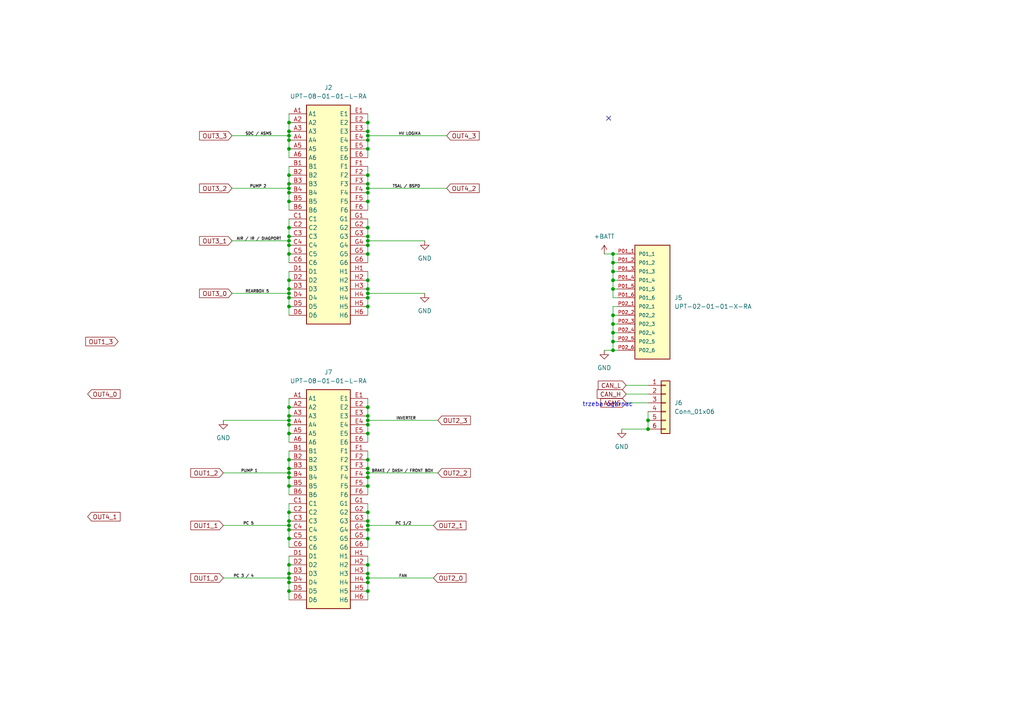
<source format=kicad_sch>
(kicad_sch (version 20230121) (generator eeschema)

  (uuid ca282e72-fe83-4483-8abe-8d6bd1f21cd1)

  (paper "A4")

  (lib_symbols
    (symbol "2pin:UPT-02-01-01-X-RA" (pin_names (offset 1.016)) (in_bom yes) (on_board yes)
      (property "Reference" "J" (at -5.08 3.302 0)
        (effects (font (size 1.27 1.27)) (justify left bottom))
      )
      (property "Value" "UPT-02-01-01-X-RA" (at 7.62 -15.24 0)
        (effects (font (size 1.27 1.27)) (justify left bottom))
      )
      (property "Footprint" "UPT-02-01-01-X-RA:SAMTEC_UPT-02-01-01-X-RA" (at 0 7.62 0)
        (effects (font (size 1.27 1.27)) (justify bottom) hide)
      )
      (property "Datasheet" "" (at 0 0 0)
        (effects (font (size 1.27 1.27)) hide)
      )
      (property "PARTREV" "C" (at 0 0 0)
        (effects (font (size 1.27 1.27)) (justify bottom) hide)
      )
      (property "MANUFACTURER" "Samtec" (at 10.16 2.54 0)
        (effects (font (size 1.27 1.27)) (justify bottom) hide)
      )
      (property "MAXIMUM_PACKAGE_HEIGHT" "9.0mm" (at 1.27 3.81 0)
        (effects (font (size 1.27 1.27)) (justify bottom) hide)
      )
      (property "STANDARD" "Manufacturer recommendations" (at 0 5.08 0)
        (effects (font (size 1.27 1.27)) (justify bottom) hide)
      )
      (symbol "UPT-02-01-01-X-RA_0_0"
        (rectangle (start -5.08 2.54) (end 5.08 -30.48)
          (stroke (width 0.254) (type default))
          (fill (type background))
        )
      )
      (symbol "UPT-02-01-01-X-RA_1_1"
        (pin passive line (at -10.16 0 0) (length 5.08)
          (name "P01_1" (effects (font (size 1.016 1.016))))
          (number "P01_1" (effects (font (size 1.016 1.016))))
        )
        (pin passive line (at -10.16 -2.54 0) (length 5.08)
          (name "P01_2" (effects (font (size 1.016 1.016))))
          (number "P01_2" (effects (font (size 1.016 1.016))))
        )
        (pin passive line (at -10.16 -5.08 0) (length 5.08)
          (name "P01_3" (effects (font (size 1.016 1.016))))
          (number "P01_3" (effects (font (size 1.016 1.016))))
        )
        (pin passive line (at -10.16 -7.62 0) (length 5.08)
          (name "P01_4" (effects (font (size 1.016 1.016))))
          (number "P01_4" (effects (font (size 1.016 1.016))))
        )
        (pin passive line (at -10.16 -10.16 0) (length 5.08)
          (name "P01_5" (effects (font (size 1.016 1.016))))
          (number "P01_5" (effects (font (size 1.016 1.016))))
        )
        (pin passive line (at -10.16 -12.7 0) (length 5.08)
          (name "P01_6" (effects (font (size 1.016 1.016))))
          (number "P01_6" (effects (font (size 1.016 1.016))))
        )
        (pin passive line (at -10.16 -15.24 0) (length 5.08)
          (name "P02_1" (effects (font (size 1.016 1.016))))
          (number "P02_1" (effects (font (size 1.016 1.016))))
        )
        (pin passive line (at -10.16 -17.78 0) (length 5.08)
          (name "P02_2" (effects (font (size 1.016 1.016))))
          (number "P02_2" (effects (font (size 1.016 1.016))))
        )
        (pin passive line (at -10.16 -20.32 0) (length 5.08)
          (name "P02_3" (effects (font (size 1.016 1.016))))
          (number "P02_3" (effects (font (size 1.016 1.016))))
        )
        (pin passive line (at -10.16 -22.86 0) (length 5.08)
          (name "P02_4" (effects (font (size 1.016 1.016))))
          (number "P02_4" (effects (font (size 1.016 1.016))))
        )
        (pin passive line (at -10.16 -25.4 0) (length 5.08)
          (name "P02_5" (effects (font (size 1.016 1.016))))
          (number "P02_5" (effects (font (size 1.016 1.016))))
        )
        (pin passive line (at -10.16 -27.94 0) (length 5.08)
          (name "P02_6" (effects (font (size 1.016 1.016))))
          (number "P02_6" (effects (font (size 1.016 1.016))))
        )
      )
    )
    (symbol "8pin_good:UPT-08-01-01-L-RA" (in_bom yes) (on_board yes)
      (property "Reference" "J" (at 19.05 7.62 0)
        (effects (font (size 1.27 1.27)) (justify left top))
      )
      (property "Value" "UPT-08-01-01-L-RA" (at 19.05 5.08 0)
        (effects (font (size 1.27 1.27)) (justify left top))
      )
      (property "Footprint" "UPT080101LRA" (at 19.05 -94.92 0)
        (effects (font (size 1.27 1.27)) (justify left top) hide)
      )
      (property "Datasheet" "https://componentsearchengine.com/Datasheets/1/UPT-08-01-01-L-RA.pdf" (at 19.05 -194.92 0)
        (effects (font (size 1.27 1.27)) (justify left top) hide)
      )
      (property "Height" "" (at 19.05 -394.92 0)
        (effects (font (size 1.27 1.27)) (justify left top) hide)
      )
      (property "Mouser Part Number" "200-UPT080101LRA" (at 19.05 -494.92 0)
        (effects (font (size 1.27 1.27)) (justify left top) hide)
      )
      (property "Mouser Price/Stock" "https://www.mouser.com/Search/Refine.aspx?Keyword=200-UPT080101LRA" (at 19.05 -594.92 0)
        (effects (font (size 1.27 1.27)) (justify left top) hide)
      )
      (property "Manufacturer_Name" "SAMTEC" (at 19.05 -694.92 0)
        (effects (font (size 1.27 1.27)) (justify left top) hide)
      )
      (property "Manufacturer_Part_Number" "UPT-08-01-01-L-RA" (at 19.05 -794.92 0)
        (effects (font (size 1.27 1.27)) (justify left top) hide)
      )
      (property "ki_description" "SAMTEC - UPT-08-01-01-L-RA - Pin Header, Power Terminal, Board-to-Board, 3.81 mm, 1 Rows, 8 Contacts, Through Hole, UPT Series" (at 0 0 0)
        (effects (font (size 1.27 1.27)) hide)
      )
      (symbol "UPT-08-01-01-L-RA_1_1"
        (rectangle (start 5.08 2.54) (end 17.78 -60.96)
          (stroke (width 0.254) (type default))
          (fill (type background))
        )
        (pin passive line (at 0 0 0) (length 5.08)
          (name "A1" (effects (font (size 1.27 1.27))))
          (number "A1" (effects (font (size 1.27 1.27))))
        )
        (pin passive line (at 0 -2.54 0) (length 5.08)
          (name "A2" (effects (font (size 1.27 1.27))))
          (number "A2" (effects (font (size 1.27 1.27))))
        )
        (pin passive line (at 0 -5.08 0) (length 5.08)
          (name "A3" (effects (font (size 1.27 1.27))))
          (number "A3" (effects (font (size 1.27 1.27))))
        )
        (pin passive line (at 0 -7.62 0) (length 5.08)
          (name "A4" (effects (font (size 1.27 1.27))))
          (number "A4" (effects (font (size 1.27 1.27))))
        )
        (pin passive line (at 0 -10.16 0) (length 5.08)
          (name "A5" (effects (font (size 1.27 1.27))))
          (number "A5" (effects (font (size 1.27 1.27))))
        )
        (pin passive line (at 0 -12.7 0) (length 5.08)
          (name "A6" (effects (font (size 1.27 1.27))))
          (number "A6" (effects (font (size 1.27 1.27))))
        )
        (pin passive line (at 0 -15.24 0) (length 5.08)
          (name "B1" (effects (font (size 1.27 1.27))))
          (number "B1" (effects (font (size 1.27 1.27))))
        )
        (pin passive line (at 0 -17.78 0) (length 5.08)
          (name "B2" (effects (font (size 1.27 1.27))))
          (number "B2" (effects (font (size 1.27 1.27))))
        )
        (pin passive line (at 0 -20.32 0) (length 5.08)
          (name "B3" (effects (font (size 1.27 1.27))))
          (number "B3" (effects (font (size 1.27 1.27))))
        )
        (pin passive line (at 0 -22.86 0) (length 5.08)
          (name "B4" (effects (font (size 1.27 1.27))))
          (number "B4" (effects (font (size 1.27 1.27))))
        )
        (pin passive line (at 0 -25.4 0) (length 5.08)
          (name "B5" (effects (font (size 1.27 1.27))))
          (number "B5" (effects (font (size 1.27 1.27))))
        )
        (pin passive line (at 0 -27.94 0) (length 5.08)
          (name "B6" (effects (font (size 1.27 1.27))))
          (number "B6" (effects (font (size 1.27 1.27))))
        )
        (pin passive line (at 0 -30.48 0) (length 5.08)
          (name "C1" (effects (font (size 1.27 1.27))))
          (number "C1" (effects (font (size 1.27 1.27))))
        )
        (pin passive line (at 0 -33.02 0) (length 5.08)
          (name "C2" (effects (font (size 1.27 1.27))))
          (number "C2" (effects (font (size 1.27 1.27))))
        )
        (pin passive line (at 0 -35.56 0) (length 5.08)
          (name "C3" (effects (font (size 1.27 1.27))))
          (number "C3" (effects (font (size 1.27 1.27))))
        )
        (pin passive line (at 0 -38.1 0) (length 5.08)
          (name "C4" (effects (font (size 1.27 1.27))))
          (number "C4" (effects (font (size 1.27 1.27))))
        )
        (pin passive line (at 0 -40.64 0) (length 5.08)
          (name "C5" (effects (font (size 1.27 1.27))))
          (number "C5" (effects (font (size 1.27 1.27))))
        )
        (pin passive line (at 0 -43.18 0) (length 5.08)
          (name "C6" (effects (font (size 1.27 1.27))))
          (number "C6" (effects (font (size 1.27 1.27))))
        )
        (pin passive line (at 0 -45.72 0) (length 5.08)
          (name "D1" (effects (font (size 1.27 1.27))))
          (number "D1" (effects (font (size 1.27 1.27))))
        )
        (pin passive line (at 0 -48.26 0) (length 5.08)
          (name "D2" (effects (font (size 1.27 1.27))))
          (number "D2" (effects (font (size 1.27 1.27))))
        )
        (pin passive line (at 0 -50.8 0) (length 5.08)
          (name "D3" (effects (font (size 1.27 1.27))))
          (number "D3" (effects (font (size 1.27 1.27))))
        )
        (pin passive line (at 0 -53.34 0) (length 5.08)
          (name "D4" (effects (font (size 1.27 1.27))))
          (number "D4" (effects (font (size 1.27 1.27))))
        )
        (pin passive line (at 0 -55.88 0) (length 5.08)
          (name "D5" (effects (font (size 1.27 1.27))))
          (number "D5" (effects (font (size 1.27 1.27))))
        )
        (pin passive line (at 0 -58.42 0) (length 5.08)
          (name "D6" (effects (font (size 1.27 1.27))))
          (number "D6" (effects (font (size 1.27 1.27))))
        )
        (pin passive line (at 22.86 0 180) (length 5.08)
          (name "E1" (effects (font (size 1.27 1.27))))
          (number "E1" (effects (font (size 1.27 1.27))))
        )
        (pin passive line (at 22.86 -2.54 180) (length 5.08)
          (name "E2" (effects (font (size 1.27 1.27))))
          (number "E2" (effects (font (size 1.27 1.27))))
        )
        (pin passive line (at 22.86 -5.08 180) (length 5.08)
          (name "E3" (effects (font (size 1.27 1.27))))
          (number "E3" (effects (font (size 1.27 1.27))))
        )
        (pin passive line (at 22.86 -7.62 180) (length 5.08)
          (name "E4" (effects (font (size 1.27 1.27))))
          (number "E4" (effects (font (size 1.27 1.27))))
        )
        (pin passive line (at 22.86 -10.16 180) (length 5.08)
          (name "E5" (effects (font (size 1.27 1.27))))
          (number "E5" (effects (font (size 1.27 1.27))))
        )
        (pin passive line (at 22.86 -12.7 180) (length 5.08)
          (name "E6" (effects (font (size 1.27 1.27))))
          (number "E6" (effects (font (size 1.27 1.27))))
        )
        (pin passive line (at 22.86 -15.24 180) (length 5.08)
          (name "F1" (effects (font (size 1.27 1.27))))
          (number "F1" (effects (font (size 1.27 1.27))))
        )
        (pin passive line (at 22.86 -17.78 180) (length 5.08)
          (name "F2" (effects (font (size 1.27 1.27))))
          (number "F2" (effects (font (size 1.27 1.27))))
        )
        (pin passive line (at 22.86 -20.32 180) (length 5.08)
          (name "F3" (effects (font (size 1.27 1.27))))
          (number "F3" (effects (font (size 1.27 1.27))))
        )
        (pin passive line (at 22.86 -22.86 180) (length 5.08)
          (name "F4" (effects (font (size 1.27 1.27))))
          (number "F4" (effects (font (size 1.27 1.27))))
        )
        (pin passive line (at 22.86 -25.4 180) (length 5.08)
          (name "F5" (effects (font (size 1.27 1.27))))
          (number "F5" (effects (font (size 1.27 1.27))))
        )
        (pin passive line (at 22.86 -27.94 180) (length 5.08)
          (name "F6" (effects (font (size 1.27 1.27))))
          (number "F6" (effects (font (size 1.27 1.27))))
        )
        (pin passive line (at 22.86 -30.48 180) (length 5.08)
          (name "G1" (effects (font (size 1.27 1.27))))
          (number "G1" (effects (font (size 1.27 1.27))))
        )
        (pin passive line (at 22.86 -33.02 180) (length 5.08)
          (name "G2" (effects (font (size 1.27 1.27))))
          (number "G2" (effects (font (size 1.27 1.27))))
        )
        (pin passive line (at 22.86 -35.56 180) (length 5.08)
          (name "G3" (effects (font (size 1.27 1.27))))
          (number "G3" (effects (font (size 1.27 1.27))))
        )
        (pin passive line (at 22.86 -38.1 180) (length 5.08)
          (name "G4" (effects (font (size 1.27 1.27))))
          (number "G4" (effects (font (size 1.27 1.27))))
        )
        (pin passive line (at 22.86 -40.64 180) (length 5.08)
          (name "G5" (effects (font (size 1.27 1.27))))
          (number "G5" (effects (font (size 1.27 1.27))))
        )
        (pin passive line (at 22.86 -43.18 180) (length 5.08)
          (name "G6" (effects (font (size 1.27 1.27))))
          (number "G6" (effects (font (size 1.27 1.27))))
        )
        (pin passive line (at 22.86 -45.72 180) (length 5.08)
          (name "H1" (effects (font (size 1.27 1.27))))
          (number "H1" (effects (font (size 1.27 1.27))))
        )
        (pin passive line (at 22.86 -48.26 180) (length 5.08)
          (name "H2" (effects (font (size 1.27 1.27))))
          (number "H2" (effects (font (size 1.27 1.27))))
        )
        (pin passive line (at 22.86 -50.8 180) (length 5.08)
          (name "H3" (effects (font (size 1.27 1.27))))
          (number "H3" (effects (font (size 1.27 1.27))))
        )
        (pin passive line (at 22.86 -53.34 180) (length 5.08)
          (name "H4" (effects (font (size 1.27 1.27))))
          (number "H4" (effects (font (size 1.27 1.27))))
        )
        (pin passive line (at 22.86 -55.88 180) (length 5.08)
          (name "H5" (effects (font (size 1.27 1.27))))
          (number "H5" (effects (font (size 1.27 1.27))))
        )
        (pin passive line (at 22.86 -58.42 180) (length 5.08)
          (name "H6" (effects (font (size 1.27 1.27))))
          (number "H6" (effects (font (size 1.27 1.27))))
        )
      )
    )
    (symbol "Connector_Generic:Conn_01x06" (pin_names (offset 1.016) hide) (in_bom yes) (on_board yes)
      (property "Reference" "J" (at 0 7.62 0)
        (effects (font (size 1.27 1.27)))
      )
      (property "Value" "Conn_01x06" (at 0 -10.16 0)
        (effects (font (size 1.27 1.27)))
      )
      (property "Footprint" "" (at 0 0 0)
        (effects (font (size 1.27 1.27)) hide)
      )
      (property "Datasheet" "~" (at 0 0 0)
        (effects (font (size 1.27 1.27)) hide)
      )
      (property "ki_keywords" "connector" (at 0 0 0)
        (effects (font (size 1.27 1.27)) hide)
      )
      (property "ki_description" "Generic connector, single row, 01x06, script generated (kicad-library-utils/schlib/autogen/connector/)" (at 0 0 0)
        (effects (font (size 1.27 1.27)) hide)
      )
      (property "ki_fp_filters" "Connector*:*_1x??_*" (at 0 0 0)
        (effects (font (size 1.27 1.27)) hide)
      )
      (symbol "Conn_01x06_1_1"
        (rectangle (start -1.27 -7.493) (end 0 -7.747)
          (stroke (width 0.1524) (type default))
          (fill (type none))
        )
        (rectangle (start -1.27 -4.953) (end 0 -5.207)
          (stroke (width 0.1524) (type default))
          (fill (type none))
        )
        (rectangle (start -1.27 -2.413) (end 0 -2.667)
          (stroke (width 0.1524) (type default))
          (fill (type none))
        )
        (rectangle (start -1.27 0.127) (end 0 -0.127)
          (stroke (width 0.1524) (type default))
          (fill (type none))
        )
        (rectangle (start -1.27 2.667) (end 0 2.413)
          (stroke (width 0.1524) (type default))
          (fill (type none))
        )
        (rectangle (start -1.27 5.207) (end 0 4.953)
          (stroke (width 0.1524) (type default))
          (fill (type none))
        )
        (rectangle (start -1.27 6.35) (end 1.27 -8.89)
          (stroke (width 0.254) (type default))
          (fill (type background))
        )
        (pin passive line (at -5.08 5.08 0) (length 3.81)
          (name "Pin_1" (effects (font (size 1.27 1.27))))
          (number "1" (effects (font (size 1.27 1.27))))
        )
        (pin passive line (at -5.08 2.54 0) (length 3.81)
          (name "Pin_2" (effects (font (size 1.27 1.27))))
          (number "2" (effects (font (size 1.27 1.27))))
        )
        (pin passive line (at -5.08 0 0) (length 3.81)
          (name "Pin_3" (effects (font (size 1.27 1.27))))
          (number "3" (effects (font (size 1.27 1.27))))
        )
        (pin passive line (at -5.08 -2.54 0) (length 3.81)
          (name "Pin_4" (effects (font (size 1.27 1.27))))
          (number "4" (effects (font (size 1.27 1.27))))
        )
        (pin passive line (at -5.08 -5.08 0) (length 3.81)
          (name "Pin_5" (effects (font (size 1.27 1.27))))
          (number "5" (effects (font (size 1.27 1.27))))
        )
        (pin passive line (at -5.08 -7.62 0) (length 3.81)
          (name "Pin_6" (effects (font (size 1.27 1.27))))
          (number "6" (effects (font (size 1.27 1.27))))
        )
      )
    )
    (symbol "power:+BATT" (power) (pin_names (offset 0)) (in_bom yes) (on_board yes)
      (property "Reference" "#PWR" (at 0 -3.81 0)
        (effects (font (size 1.27 1.27)) hide)
      )
      (property "Value" "+BATT" (at 0 3.556 0)
        (effects (font (size 1.27 1.27)))
      )
      (property "Footprint" "" (at 0 0 0)
        (effects (font (size 1.27 1.27)) hide)
      )
      (property "Datasheet" "" (at 0 0 0)
        (effects (font (size 1.27 1.27)) hide)
      )
      (property "ki_keywords" "global power battery" (at 0 0 0)
        (effects (font (size 1.27 1.27)) hide)
      )
      (property "ki_description" "Power symbol creates a global label with name \"+BATT\"" (at 0 0 0)
        (effects (font (size 1.27 1.27)) hide)
      )
      (symbol "+BATT_0_1"
        (polyline
          (pts
            (xy -0.762 1.27)
            (xy 0 2.54)
          )
          (stroke (width 0) (type default))
          (fill (type none))
        )
        (polyline
          (pts
            (xy 0 0)
            (xy 0 2.54)
          )
          (stroke (width 0) (type default))
          (fill (type none))
        )
        (polyline
          (pts
            (xy 0 2.54)
            (xy 0.762 1.27)
          )
          (stroke (width 0) (type default))
          (fill (type none))
        )
      )
      (symbol "+BATT_1_1"
        (pin power_in line (at 0 0 90) (length 0) hide
          (name "+BATT" (effects (font (size 1.27 1.27))))
          (number "1" (effects (font (size 1.27 1.27))))
        )
      )
    )
    (symbol "power:GND" (power) (pin_names (offset 0)) (in_bom yes) (on_board yes)
      (property "Reference" "#PWR" (at 0 -6.35 0)
        (effects (font (size 1.27 1.27)) hide)
      )
      (property "Value" "GND" (at 0 -3.81 0)
        (effects (font (size 1.27 1.27)))
      )
      (property "Footprint" "" (at 0 0 0)
        (effects (font (size 1.27 1.27)) hide)
      )
      (property "Datasheet" "" (at 0 0 0)
        (effects (font (size 1.27 1.27)) hide)
      )
      (property "ki_keywords" "global power" (at 0 0 0)
        (effects (font (size 1.27 1.27)) hide)
      )
      (property "ki_description" "Power symbol creates a global label with name \"GND\" , ground" (at 0 0 0)
        (effects (font (size 1.27 1.27)) hide)
      )
      (symbol "GND_0_1"
        (polyline
          (pts
            (xy 0 0)
            (xy 0 -1.27)
            (xy 1.27 -1.27)
            (xy 0 -2.54)
            (xy -1.27 -1.27)
            (xy 0 -1.27)
          )
          (stroke (width 0) (type default))
          (fill (type none))
        )
      )
      (symbol "GND_1_1"
        (pin power_in line (at 0 0 270) (length 0) hide
          (name "GND" (effects (font (size 1.27 1.27))))
          (number "1" (effects (font (size 1.27 1.27))))
        )
      )
    )
  )

  (junction (at 83.82 73.66) (diameter 0) (color 0 0 0 0)
    (uuid 03847cbd-07ff-4b62-b9cb-e3e8345ddeb4)
  )
  (junction (at 106.68 140.97) (diameter 0) (color 0 0 0 0)
    (uuid 03cb1415-899e-4d3e-9f85-6096ed1328e4)
  )
  (junction (at 106.68 153.67) (diameter 0) (color 0 0 0 0)
    (uuid 06d94c08-6378-4878-977b-2e833ff31b6f)
  )
  (junction (at 83.82 166.37) (diameter 0) (color 0 0 0 0)
    (uuid 0c72b81d-0fcd-4ca5-9faf-f48c79360bd1)
  )
  (junction (at 106.68 66.04) (diameter 0) (color 0 0 0 0)
    (uuid 0d7b75cb-b263-4bc9-b3a8-e5f28da87cc2)
  )
  (junction (at 177.8 101.6) (diameter 0) (color 0 0 0 0)
    (uuid 0fe18243-5179-4067-82d9-07ad6e122c0a)
  )
  (junction (at 177.8 78.74) (diameter 0) (color 0 0 0 0)
    (uuid 103fddf8-d15b-4061-b45a-e55b8d44e8a1)
  )
  (junction (at 106.68 137.16) (diameter 0) (color 0 0 0 0)
    (uuid 11bdb15d-e538-4ec2-86e1-ddb8fa27f364)
  )
  (junction (at 83.82 35.56) (diameter 0) (color 0 0 0 0)
    (uuid 14cc0fe3-5775-4d0f-ab9f-823d286cf85d)
  )
  (junction (at 83.82 133.35) (diameter 0) (color 0 0 0 0)
    (uuid 1a304a12-741e-4fc8-b59d-aeaac4cac7ee)
  )
  (junction (at 106.68 39.37) (diameter 0) (color 0 0 0 0)
    (uuid 1b2d7389-e5d6-4282-9099-2be8aa010aaf)
  )
  (junction (at 83.82 168.91) (diameter 0) (color 0 0 0 0)
    (uuid 1c0566a6-febc-4ce5-a36b-f9e1282c62c9)
  )
  (junction (at 83.82 86.36) (diameter 0) (color 0 0 0 0)
    (uuid 1c48f0e4-73c0-47f8-a60f-0098066c3a8c)
  )
  (junction (at 106.68 151.13) (diameter 0) (color 0 0 0 0)
    (uuid 1cfad116-dfd9-47db-8f3a-2b70d335cd5e)
  )
  (junction (at 106.68 68.58) (diameter 0) (color 0 0 0 0)
    (uuid 1ddc7e95-6871-4060-91ec-35c5cbd19ef5)
  )
  (junction (at 106.68 86.36) (diameter 0) (color 0 0 0 0)
    (uuid 1f9880b3-bc45-44ec-a0f4-85e2fdf7da13)
  )
  (junction (at 106.68 54.61) (diameter 0) (color 0 0 0 0)
    (uuid 21b764c3-9d24-4518-8748-7fedb2126415)
  )
  (junction (at 106.68 123.19) (diameter 0) (color 0 0 0 0)
    (uuid 25045956-1136-483f-8ea8-d037b5578405)
  )
  (junction (at 106.68 50.8) (diameter 0) (color 0 0 0 0)
    (uuid 2587d392-353c-473e-864a-81582d7e06bf)
  )
  (junction (at 83.82 69.85) (diameter 0) (color 0 0 0 0)
    (uuid 2eaf0ecb-17a8-44b1-b824-cb3277e11a0e)
  )
  (junction (at 83.82 58.42) (diameter 0) (color 0 0 0 0)
    (uuid 2ed1c0ab-85a8-42a5-9931-3f7f39ec57ce)
  )
  (junction (at 106.68 53.34) (diameter 0) (color 0 0 0 0)
    (uuid 353245c2-4832-4a35-a16a-4606da671fdd)
  )
  (junction (at 83.82 163.83) (diameter 0) (color 0 0 0 0)
    (uuid 3ae682a3-263a-4a5e-ac30-4a138ad9735f)
  )
  (junction (at 83.82 151.13) (diameter 0) (color 0 0 0 0)
    (uuid 3d1172d1-0636-4325-b25f-47a6833a868f)
  )
  (junction (at 106.68 118.11) (diameter 0) (color 0 0 0 0)
    (uuid 3d592392-0501-4d2f-93f7-5be04e59694e)
  )
  (junction (at 83.82 66.04) (diameter 0) (color 0 0 0 0)
    (uuid 3f276247-f973-4523-92d2-aa80e6b2d8ef)
  )
  (junction (at 83.82 153.67) (diameter 0) (color 0 0 0 0)
    (uuid 437fde88-037d-4e9e-9a7c-38eb993bb17b)
  )
  (junction (at 106.68 135.89) (diameter 0) (color 0 0 0 0)
    (uuid 44a65669-3d4f-4f3b-91b2-89905839e66f)
  )
  (junction (at 83.82 81.28) (diameter 0) (color 0 0 0 0)
    (uuid 493e9bd7-fb5b-4d4e-8772-1a92f5f49d98)
  )
  (junction (at 177.8 73.66) (diameter 0) (color 0 0 0 0)
    (uuid 4bf97396-e2f7-499a-a539-4367c656bbe0)
  )
  (junction (at 83.82 140.97) (diameter 0) (color 0 0 0 0)
    (uuid 4ef75385-6f4f-4cee-a6ae-2a447d32b485)
  )
  (junction (at 106.68 133.35) (diameter 0) (color 0 0 0 0)
    (uuid 50f50e31-a538-4b1d-930c-f06b38ca25a0)
  )
  (junction (at 106.68 168.91) (diameter 0) (color 0 0 0 0)
    (uuid 517798a9-56d4-4ddf-b79f-b9e424f58c19)
  )
  (junction (at 187.96 121.92) (diameter 0) (color 0 0 0 0)
    (uuid 525e9ab3-abe4-4f8b-8d1c-6380c7bbff45)
  )
  (junction (at 83.82 83.82) (diameter 0) (color 0 0 0 0)
    (uuid 5394a35a-733e-461b-8459-606e9f9f0b6b)
  )
  (junction (at 106.68 125.73) (diameter 0) (color 0 0 0 0)
    (uuid 53b8d57e-91e2-4e26-ae5d-44387e1ee998)
  )
  (junction (at 106.68 38.1) (diameter 0) (color 0 0 0 0)
    (uuid 583e2740-9930-4f77-8af7-5e8a01c7091f)
  )
  (junction (at 177.8 91.44) (diameter 0) (color 0 0 0 0)
    (uuid 5ac327dc-1686-4afb-97dd-306d8b5a6239)
  )
  (junction (at 106.68 121.92) (diameter 0) (color 0 0 0 0)
    (uuid 5aef32f2-4ee9-435e-8913-23bc1e6521b0)
  )
  (junction (at 106.68 81.28) (diameter 0) (color 0 0 0 0)
    (uuid 65e9c6b1-0afc-4293-9aea-38856c68fd9c)
  )
  (junction (at 83.82 123.19) (diameter 0) (color 0 0 0 0)
    (uuid 66d66251-9406-46fe-9c51-682c2a389ee0)
  )
  (junction (at 83.82 71.12) (diameter 0) (color 0 0 0 0)
    (uuid 6849c7bc-5d47-4322-8e72-f9e7876da847)
  )
  (junction (at 177.8 96.52) (diameter 0) (color 0 0 0 0)
    (uuid 69f742d9-8bbb-4f0e-b39f-851450e63486)
  )
  (junction (at 83.82 167.64) (diameter 0) (color 0 0 0 0)
    (uuid 6ca45c14-213e-4f58-b760-efef44ace3b7)
  )
  (junction (at 83.82 55.88) (diameter 0) (color 0 0 0 0)
    (uuid 71f19d96-3106-4650-a62f-4cab64d9b4c6)
  )
  (junction (at 83.82 85.09) (diameter 0) (color 0 0 0 0)
    (uuid 733f9cb5-d67e-4ab4-b5b0-1d004b70cc97)
  )
  (junction (at 83.82 38.1) (diameter 0) (color 0 0 0 0)
    (uuid 78e9afea-26f2-4537-a57b-cf29338d8f7b)
  )
  (junction (at 106.68 138.43) (diameter 0) (color 0 0 0 0)
    (uuid 7a7ba65f-b742-4d10-a711-bf1cb2467b66)
  )
  (junction (at 83.82 40.64) (diameter 0) (color 0 0 0 0)
    (uuid 7f582cb6-3b85-436e-92bc-3c025546cfb9)
  )
  (junction (at 106.68 152.4) (diameter 0) (color 0 0 0 0)
    (uuid 867cc549-6165-4a15-81c2-6dbceb744741)
  )
  (junction (at 177.8 99.06) (diameter 0) (color 0 0 0 0)
    (uuid 89db7ff3-78de-4fce-95ff-f4191232816d)
  )
  (junction (at 177.8 81.28) (diameter 0) (color 0 0 0 0)
    (uuid 8c108c2a-48fb-437d-b9a4-633a28369a2c)
  )
  (junction (at 106.68 148.59) (diameter 0) (color 0 0 0 0)
    (uuid 8edb3711-e7dd-48b2-bf16-333e2b3dfcfd)
  )
  (junction (at 83.82 118.11) (diameter 0) (color 0 0 0 0)
    (uuid 901c4fff-1733-4937-ab64-5127c3350c69)
  )
  (junction (at 106.68 163.83) (diameter 0) (color 0 0 0 0)
    (uuid 902f6204-217a-4d05-af38-65b4e270c7f2)
  )
  (junction (at 106.68 156.21) (diameter 0) (color 0 0 0 0)
    (uuid 90eb198e-bd14-4ae2-9203-859d1a520f7b)
  )
  (junction (at 83.82 125.73) (diameter 0) (color 0 0 0 0)
    (uuid 9894df33-b5e3-4d0f-b141-7ca96e68096a)
  )
  (junction (at 83.82 50.8) (diameter 0) (color 0 0 0 0)
    (uuid 99cd9ee1-9f6d-41bf-b110-6ea26a5ce8b9)
  )
  (junction (at 83.82 53.34) (diameter 0) (color 0 0 0 0)
    (uuid 9a2d202a-9949-4585-9411-8453e1471c88)
  )
  (junction (at 177.8 83.82) (diameter 0) (color 0 0 0 0)
    (uuid 9fc56eb9-92ff-420f-85b4-d50cedf41136)
  )
  (junction (at 106.68 85.09) (diameter 0) (color 0 0 0 0)
    (uuid a005b8d4-d93a-48e9-ac69-d41e455b5f61)
  )
  (junction (at 83.82 138.43) (diameter 0) (color 0 0 0 0)
    (uuid a356d2cf-c70d-4a3e-95b2-f2122045d498)
  )
  (junction (at 106.68 71.12) (diameter 0) (color 0 0 0 0)
    (uuid a4da03cf-0369-4195-9581-8d4b86b4129e)
  )
  (junction (at 83.82 171.45) (diameter 0) (color 0 0 0 0)
    (uuid a5e2db7d-11df-4430-b83b-2a1e3eaf1e86)
  )
  (junction (at 106.68 69.85) (diameter 0) (color 0 0 0 0)
    (uuid ac010ad7-5ee1-4705-9190-9799202d5946)
  )
  (junction (at 106.68 167.64) (diameter 0) (color 0 0 0 0)
    (uuid ad016434-7aa5-4372-be70-177312cd541c)
  )
  (junction (at 106.68 166.37) (diameter 0) (color 0 0 0 0)
    (uuid afb26ccc-854a-4c1d-bca4-17333da11943)
  )
  (junction (at 177.8 93.98) (diameter 0) (color 0 0 0 0)
    (uuid b1b65ee3-d566-445c-8fb6-d87eb85b3acd)
  )
  (junction (at 83.82 148.59) (diameter 0) (color 0 0 0 0)
    (uuid b574fc41-8fe5-4054-bc48-39492378cdaa)
  )
  (junction (at 106.68 88.9) (diameter 0) (color 0 0 0 0)
    (uuid b7ccb5a6-d0b3-4681-9560-16e91e3e2486)
  )
  (junction (at 106.68 83.82) (diameter 0) (color 0 0 0 0)
    (uuid b85197c4-1fbc-48e5-97a5-d8169d0d79ca)
  )
  (junction (at 83.82 156.21) (diameter 0) (color 0 0 0 0)
    (uuid b9013366-9639-4c63-99f4-86d8b28b6ae2)
  )
  (junction (at 106.68 73.66) (diameter 0) (color 0 0 0 0)
    (uuid b9ef3c77-7f08-4be6-916a-039669727880)
  )
  (junction (at 83.82 68.58) (diameter 0) (color 0 0 0 0)
    (uuid bf277d46-d175-473c-88cc-917bb0bcb8b5)
  )
  (junction (at 83.82 43.18) (diameter 0) (color 0 0 0 0)
    (uuid c3440584-7ba8-4c91-868d-dbfc489ea3c3)
  )
  (junction (at 83.82 137.16) (diameter 0) (color 0 0 0 0)
    (uuid c4ec6b5a-62cb-4eae-9364-d3f981a30df0)
  )
  (junction (at 106.68 171.45) (diameter 0) (color 0 0 0 0)
    (uuid c5007276-d4f7-4eb2-9761-723e2d04d8e0)
  )
  (junction (at 177.8 76.2) (diameter 0) (color 0 0 0 0)
    (uuid c6748d4d-b7db-4bad-93bf-f714fd764389)
  )
  (junction (at 187.96 124.46) (diameter 0) (color 0 0 0 0)
    (uuid c6d83591-9baa-42cc-9319-bf855615d647)
  )
  (junction (at 83.82 135.89) (diameter 0) (color 0 0 0 0)
    (uuid cf8fc05f-32c9-4c66-a261-2b9b2fbf76e6)
  )
  (junction (at 106.68 120.65) (diameter 0) (color 0 0 0 0)
    (uuid df42a8c0-1e83-46c8-b827-41b2aef5a036)
  )
  (junction (at 106.68 35.56) (diameter 0) (color 0 0 0 0)
    (uuid e0f2862c-010b-4762-9aa7-8044e2cb6bd3)
  )
  (junction (at 83.82 39.37) (diameter 0) (color 0 0 0 0)
    (uuid e4c273c0-2869-4d74-876a-74bf18c86b23)
  )
  (junction (at 83.82 88.9) (diameter 0) (color 0 0 0 0)
    (uuid e639d376-f613-4c7c-b402-864b261317da)
  )
  (junction (at 106.68 43.18) (diameter 0) (color 0 0 0 0)
    (uuid ea105749-7cdb-46f8-b5ce-f196dc9285ac)
  )
  (junction (at 106.68 40.64) (diameter 0) (color 0 0 0 0)
    (uuid eefb34c1-846a-497d-a01a-58cdbaea4af1)
  )
  (junction (at 106.68 58.42) (diameter 0) (color 0 0 0 0)
    (uuid f04bf267-e1b8-4c5f-b2c6-d4874b7a6c6e)
  )
  (junction (at 83.82 121.92) (diameter 0) (color 0 0 0 0)
    (uuid f27d9ff8-341e-4159-9982-ee2435c84874)
  )
  (junction (at 106.68 55.88) (diameter 0) (color 0 0 0 0)
    (uuid f3953e25-0941-4ec0-b3a0-1e5f99f41d40)
  )
  (junction (at 83.82 152.4) (diameter 0) (color 0 0 0 0)
    (uuid f3f8c9c9-f7a2-450d-8056-dbd963c16aad)
  )
  (junction (at 83.82 54.61) (diameter 0) (color 0 0 0 0)
    (uuid f7cf7518-9100-4bae-9e90-0b14d317b1f9)
  )
  (junction (at 83.82 120.65) (diameter 0) (color 0 0 0 0)
    (uuid f9d77331-da55-4dd2-bab2-59fec4263a87)
  )

  (no_connect (at 176.53 34.29) (uuid 6d4c8471-30bd-4b00-bcfe-0020596d6b4c))

  (wire (pts (xy 106.68 48.26) (xy 106.68 50.8))
    (stroke (width 0) (type default))
    (uuid 038740d2-1ab6-433d-9962-ff1476ca2f7d)
  )
  (wire (pts (xy 180.34 124.46) (xy 187.96 124.46))
    (stroke (width 0) (type default))
    (uuid 056757d5-8ac4-455a-b655-47237f13c480)
  )
  (wire (pts (xy 177.8 76.2) (xy 177.8 78.74))
    (stroke (width 0) (type default))
    (uuid 06d9ec57-d471-406c-b4ab-f17dc79ca4bc)
  )
  (wire (pts (xy 106.68 138.43) (xy 106.68 140.97))
    (stroke (width 0) (type default))
    (uuid 08024c92-4c1f-4afc-830d-d5ff67c58325)
  )
  (wire (pts (xy 106.68 78.74) (xy 106.68 81.28))
    (stroke (width 0) (type default))
    (uuid 08b4b685-549e-4ebb-bdf4-341b19fb6167)
  )
  (wire (pts (xy 106.68 118.11) (xy 106.68 120.65))
    (stroke (width 0) (type default))
    (uuid 0a7308da-0078-419d-85e0-c06050df5710)
  )
  (wire (pts (xy 106.68 35.56) (xy 106.68 38.1))
    (stroke (width 0) (type default))
    (uuid 0cf16ada-9b31-4a58-ad7d-45e17d90cb03)
  )
  (wire (pts (xy 83.82 120.65) (xy 83.82 121.92))
    (stroke (width 0) (type default))
    (uuid 0d0f717d-8bca-42a3-a87d-0ad9cbac187f)
  )
  (wire (pts (xy 175.26 73.66) (xy 177.8 73.66))
    (stroke (width 0) (type default))
    (uuid 0e7ce58b-c78c-4727-8418-256052ce4ea8)
  )
  (wire (pts (xy 83.82 140.97) (xy 83.82 143.51))
    (stroke (width 0) (type default))
    (uuid 1473e6e6-3306-4321-b856-a7636210e729)
  )
  (wire (pts (xy 123.19 69.85) (xy 106.68 69.85))
    (stroke (width 0) (type default))
    (uuid 16b4d30b-3846-420e-95de-c980f89b3009)
  )
  (wire (pts (xy 83.82 68.58) (xy 83.82 69.85))
    (stroke (width 0) (type default))
    (uuid 18207411-8493-4b9b-b4c9-1c2a095b4a52)
  )
  (wire (pts (xy 67.31 85.09) (xy 83.82 85.09))
    (stroke (width 0) (type default))
    (uuid 184c873e-4281-4db3-8fde-be8fb92afc28)
  )
  (wire (pts (xy 106.68 86.36) (xy 106.68 88.9))
    (stroke (width 0) (type default))
    (uuid 1a6fecea-852b-46fa-9fc7-67a71feef6dd)
  )
  (wire (pts (xy 106.68 38.1) (xy 106.68 39.37))
    (stroke (width 0) (type default))
    (uuid 1c1eda81-3423-4b9d-9860-c80b802bbc25)
  )
  (wire (pts (xy 187.96 119.38) (xy 187.96 121.92))
    (stroke (width 0) (type default))
    (uuid 204933d6-52a5-4b27-b9ea-4d3634d62c9e)
  )
  (wire (pts (xy 106.68 130.81) (xy 106.68 133.35))
    (stroke (width 0) (type default))
    (uuid 213a82d1-d986-4b57-a6eb-e8cce75a84ef)
  )
  (wire (pts (xy 83.82 35.56) (xy 83.82 38.1))
    (stroke (width 0) (type default))
    (uuid 2168f3e6-23bf-4021-8eda-0295659014b0)
  )
  (wire (pts (xy 129.54 54.61) (xy 106.68 54.61))
    (stroke (width 0) (type default))
    (uuid 2354ece1-5f35-4bf5-bfce-45b1ebf1becb)
  )
  (wire (pts (xy 177.8 81.28) (xy 177.8 83.82))
    (stroke (width 0) (type default))
    (uuid 28f4a9ed-ab23-407a-a1a7-193a5a85c8de)
  )
  (wire (pts (xy 83.82 137.16) (xy 83.82 138.43))
    (stroke (width 0) (type default))
    (uuid 29508d7a-0f26-4079-8c04-68ee68a8b2b2)
  )
  (wire (pts (xy 106.68 166.37) (xy 106.68 167.64))
    (stroke (width 0) (type default))
    (uuid 2a4f750a-a71c-403a-8605-3de99abade21)
  )
  (wire (pts (xy 83.82 123.19) (xy 83.82 125.73))
    (stroke (width 0) (type default))
    (uuid 2c112280-77c2-4f00-953c-29c752e74f0d)
  )
  (wire (pts (xy 83.82 121.92) (xy 83.82 123.19))
    (stroke (width 0) (type default))
    (uuid 2d52b6fc-4f60-4d5c-ba57-15cdb4f7a89b)
  )
  (wire (pts (xy 106.68 53.34) (xy 106.68 54.61))
    (stroke (width 0) (type default))
    (uuid 2e7a72c1-72f7-44ff-90f7-bfb19f76b276)
  )
  (wire (pts (xy 106.68 135.89) (xy 106.68 137.16))
    (stroke (width 0) (type default))
    (uuid 2f913b0e-fbf4-4e91-90fa-11fbda4a78ba)
  )
  (wire (pts (xy 106.68 33.02) (xy 106.68 35.56))
    (stroke (width 0) (type default))
    (uuid 30927435-77ac-4761-b52b-3704d788d7b8)
  )
  (wire (pts (xy 83.82 138.43) (xy 83.82 140.97))
    (stroke (width 0) (type default))
    (uuid 30e690af-c36d-4c63-80a9-63f0455f5f55)
  )
  (wire (pts (xy 106.68 71.12) (xy 106.68 73.66))
    (stroke (width 0) (type default))
    (uuid 31e638bd-5793-4be2-9f4a-4d1f02d55341)
  )
  (wire (pts (xy 106.68 161.29) (xy 106.68 163.83))
    (stroke (width 0) (type default))
    (uuid 3294ad0c-0941-4376-8376-f16211d65f6d)
  )
  (wire (pts (xy 83.82 38.1) (xy 83.82 39.37))
    (stroke (width 0) (type default))
    (uuid 3434a856-1436-4315-9bec-19c2837260a5)
  )
  (wire (pts (xy 106.68 137.16) (xy 106.68 138.43))
    (stroke (width 0) (type default))
    (uuid 34d52bb1-7f44-4144-af72-807a623e571e)
  )
  (wire (pts (xy 177.8 99.06) (xy 177.8 96.52))
    (stroke (width 0) (type default))
    (uuid 3637dcde-27f1-4df7-b6e0-43d7d502808e)
  )
  (wire (pts (xy 106.68 54.61) (xy 106.68 55.88))
    (stroke (width 0) (type default))
    (uuid 387b234d-f24c-4709-b1f5-bcded963dba5)
  )
  (wire (pts (xy 181.61 111.76) (xy 187.96 111.76))
    (stroke (width 0) (type default))
    (uuid 3a7f60af-6a29-46ef-b6cf-17de63abd07f)
  )
  (wire (pts (xy 106.68 115.57) (xy 106.68 118.11))
    (stroke (width 0) (type default))
    (uuid 3b9abe65-1f18-4e91-a6b3-08d749f1ec6d)
  )
  (wire (pts (xy 83.82 63.5) (xy 83.82 66.04))
    (stroke (width 0) (type default))
    (uuid 3d5011b7-6993-4ae1-8478-9c84bc9c65e8)
  )
  (wire (pts (xy 83.82 133.35) (xy 83.82 135.89))
    (stroke (width 0) (type default))
    (uuid 3e4b398b-ea08-491f-8c8b-19739febeb73)
  )
  (wire (pts (xy 83.82 71.12) (xy 83.82 73.66))
    (stroke (width 0) (type default))
    (uuid 3e5d2a68-c5c5-43d4-8cfb-9efbb333979c)
  )
  (wire (pts (xy 177.8 76.2) (xy 179.07 76.2))
    (stroke (width 0) (type default))
    (uuid 3f776c49-751e-4f70-b2c9-f4cb76325355)
  )
  (wire (pts (xy 83.82 40.64) (xy 83.82 43.18))
    (stroke (width 0) (type default))
    (uuid 4204d095-222a-4222-a470-9e4bdcd20f63)
  )
  (wire (pts (xy 106.68 43.18) (xy 106.68 45.72))
    (stroke (width 0) (type default))
    (uuid 45a794b7-2ae7-44d1-9946-2e3ef9ed426e)
  )
  (wire (pts (xy 106.68 66.04) (xy 106.68 68.58))
    (stroke (width 0) (type default))
    (uuid 460ab380-3795-4026-b70f-f5b9874af439)
  )
  (wire (pts (xy 181.61 116.84) (xy 187.96 116.84))
    (stroke (width 0) (type default))
    (uuid 49d239ae-7096-4db6-895b-c89814310598)
  )
  (wire (pts (xy 64.77 137.16) (xy 83.82 137.16))
    (stroke (width 0) (type default))
    (uuid 4ad6a8d5-c3d3-4be1-9383-64009295d915)
  )
  (wire (pts (xy 177.8 78.74) (xy 179.07 78.74))
    (stroke (width 0) (type default))
    (uuid 4ad751ce-2304-454c-a216-0825cf333c28)
  )
  (wire (pts (xy 106.68 120.65) (xy 106.68 121.92))
    (stroke (width 0) (type default))
    (uuid 521ec14f-9833-4c88-8862-6e7f1b9cdb88)
  )
  (wire (pts (xy 179.07 101.6) (xy 177.8 101.6))
    (stroke (width 0) (type default))
    (uuid 55da4f25-dd69-427a-a81b-990439c42007)
  )
  (wire (pts (xy 106.68 156.21) (xy 106.68 158.75))
    (stroke (width 0) (type default))
    (uuid 5751ba13-31f3-48f5-a769-f3e02b5c33a5)
  )
  (wire (pts (xy 83.82 50.8) (xy 83.82 53.34))
    (stroke (width 0) (type default))
    (uuid 5b12fc92-0025-4504-8f1f-fab8f284d3fc)
  )
  (wire (pts (xy 67.31 54.61) (xy 83.82 54.61))
    (stroke (width 0) (type default))
    (uuid 5ed2682b-0e98-4b16-84f9-b603f31dc8ee)
  )
  (wire (pts (xy 83.82 69.85) (xy 83.82 71.12))
    (stroke (width 0) (type default))
    (uuid 61ef62e3-b4d9-4c73-b796-7ce57a1f1b57)
  )
  (wire (pts (xy 177.8 78.74) (xy 177.8 81.28))
    (stroke (width 0) (type default))
    (uuid 63742172-9cf5-4ae6-92ca-bc7a5561a11f)
  )
  (wire (pts (xy 67.31 69.85) (xy 83.82 69.85))
    (stroke (width 0) (type default))
    (uuid 64191902-6d24-4bb1-8a52-eff3db81717e)
  )
  (wire (pts (xy 177.8 81.28) (xy 179.07 81.28))
    (stroke (width 0) (type default))
    (uuid 64270864-899e-4fa5-a406-55094fdd4423)
  )
  (wire (pts (xy 106.68 140.97) (xy 106.68 143.51))
    (stroke (width 0) (type default))
    (uuid 64ac5ed3-bd07-4821-8674-bd7ad80c1d68)
  )
  (wire (pts (xy 106.68 125.73) (xy 106.68 128.27))
    (stroke (width 0) (type default))
    (uuid 67014b48-973d-4c4a-b021-3e701ae1fa29)
  )
  (wire (pts (xy 106.68 121.92) (xy 106.68 123.19))
    (stroke (width 0) (type default))
    (uuid 68051b6e-5f1d-4b1d-a16e-4177257e5d6a)
  )
  (wire (pts (xy 106.68 50.8) (xy 106.68 53.34))
    (stroke (width 0) (type default))
    (uuid 686e7af9-cf6b-451f-adb5-436d673e153d)
  )
  (wire (pts (xy 83.82 125.73) (xy 83.82 128.27))
    (stroke (width 0) (type default))
    (uuid 68c39d97-d0d7-4733-b4ee-b918defcfe9a)
  )
  (wire (pts (xy 83.82 166.37) (xy 83.82 167.64))
    (stroke (width 0) (type default))
    (uuid 69e47503-e001-45be-a025-738718877ee8)
  )
  (wire (pts (xy 106.68 171.45) (xy 106.68 173.99))
    (stroke (width 0) (type default))
    (uuid 6c1c6a2f-7ee5-4b6b-aea5-c2aac4ee834b)
  )
  (wire (pts (xy 179.07 86.36) (xy 177.8 86.36))
    (stroke (width 0) (type default))
    (uuid 6c7f2c84-8c77-4350-bca8-388bc6e9dd50)
  )
  (wire (pts (xy 106.68 55.88) (xy 106.68 58.42))
    (stroke (width 0) (type default))
    (uuid 6e208566-74d3-4238-a621-356a8acc9efa)
  )
  (wire (pts (xy 106.68 152.4) (xy 106.68 153.67))
    (stroke (width 0) (type default))
    (uuid 6ed67f86-8057-49bb-ba1c-511d0cea4daf)
  )
  (wire (pts (xy 83.82 161.29) (xy 83.82 163.83))
    (stroke (width 0) (type default))
    (uuid 707f78ae-b9cb-4f5f-aeae-627ae534ab66)
  )
  (wire (pts (xy 106.68 39.37) (xy 106.68 40.64))
    (stroke (width 0) (type default))
    (uuid 753cc57c-c8cb-4940-9b5b-92e688fe3992)
  )
  (wire (pts (xy 83.82 33.02) (xy 83.82 35.56))
    (stroke (width 0) (type default))
    (uuid 771aa31e-15fd-4967-814e-194472ea69ee)
  )
  (wire (pts (xy 83.82 39.37) (xy 83.82 40.64))
    (stroke (width 0) (type default))
    (uuid 793bc235-60fe-4418-bda6-418b44e191f5)
  )
  (wire (pts (xy 83.82 58.42) (xy 83.82 60.96))
    (stroke (width 0) (type default))
    (uuid 7a366019-24b0-4c7b-9226-de5528e45d10)
  )
  (wire (pts (xy 187.96 121.92) (xy 187.96 124.46))
    (stroke (width 0) (type default))
    (uuid 7edb6347-a24c-493c-a02a-feb7aab924a7)
  )
  (wire (pts (xy 106.68 81.28) (xy 106.68 83.82))
    (stroke (width 0) (type default))
    (uuid 7f24b744-8185-4a4e-84c4-6bdca8d82d76)
  )
  (wire (pts (xy 177.8 101.6) (xy 177.8 99.06))
    (stroke (width 0) (type default))
    (uuid 7f2d7ce2-e68e-4a30-86e9-1ccd751c96a3)
  )
  (wire (pts (xy 83.82 130.81) (xy 83.82 133.35))
    (stroke (width 0) (type default))
    (uuid 81b3a2d6-5c13-4bce-b26a-05f513dc02d3)
  )
  (wire (pts (xy 177.8 83.82) (xy 179.07 83.82))
    (stroke (width 0) (type default))
    (uuid 8266055a-9e46-424e-9b18-dce3fbbc2d85)
  )
  (wire (pts (xy 127 137.16) (xy 106.68 137.16))
    (stroke (width 0) (type default))
    (uuid 87dc41dd-90a2-4308-9a8e-97d3f21de84b)
  )
  (wire (pts (xy 83.82 146.05) (xy 83.82 148.59))
    (stroke (width 0) (type default))
    (uuid 8e6ca859-32a9-47f5-8338-dc2db7bbad75)
  )
  (wire (pts (xy 106.68 153.67) (xy 106.68 156.21))
    (stroke (width 0) (type default))
    (uuid 8f6c5fa0-df37-43bd-837c-0bcbee54e7a4)
  )
  (wire (pts (xy 106.68 85.09) (xy 106.68 86.36))
    (stroke (width 0) (type default))
    (uuid 91e2d513-f111-4ec5-ad53-fa9e2dfa3a82)
  )
  (wire (pts (xy 83.82 156.21) (xy 83.82 158.75))
    (stroke (width 0) (type default))
    (uuid 9277ba09-a787-46fd-ad73-4570e9ae8680)
  )
  (wire (pts (xy 177.8 88.9) (xy 179.07 88.9))
    (stroke (width 0) (type default))
    (uuid 9326db97-e1ab-4e75-8a98-8ec1a70a7501)
  )
  (wire (pts (xy 106.68 151.13) (xy 106.68 152.4))
    (stroke (width 0) (type default))
    (uuid 942394c1-7174-48fc-970b-fb4e7365aa9e)
  )
  (wire (pts (xy 177.8 83.82) (xy 177.8 86.36))
    (stroke (width 0) (type default))
    (uuid 953e7e0d-77b2-4113-aaed-7c718136a26c)
  )
  (wire (pts (xy 83.82 53.34) (xy 83.82 54.61))
    (stroke (width 0) (type default))
    (uuid 97978510-b797-44cc-8698-dc498e4558a2)
  )
  (wire (pts (xy 177.8 93.98) (xy 177.8 91.44))
    (stroke (width 0) (type default))
    (uuid 981788d7-8740-492b-ac0b-8f38ff0d2bd0)
  )
  (wire (pts (xy 106.68 40.64) (xy 106.68 43.18))
    (stroke (width 0) (type default))
    (uuid 99bedef0-01e1-41fb-b53a-ee098131def6)
  )
  (wire (pts (xy 181.61 114.3) (xy 187.96 114.3))
    (stroke (width 0) (type default))
    (uuid 9ac1c10b-1463-4898-82c3-e93e0def115d)
  )
  (wire (pts (xy 106.68 73.66) (xy 106.68 76.2))
    (stroke (width 0) (type default))
    (uuid 9d6e4b73-05a3-4907-8f65-2645bac9ecea)
  )
  (wire (pts (xy 83.82 78.74) (xy 83.82 81.28))
    (stroke (width 0) (type default))
    (uuid 9dee287b-3c37-455e-b241-9523d6ce04f1)
  )
  (wire (pts (xy 106.68 63.5) (xy 106.68 66.04))
    (stroke (width 0) (type default))
    (uuid 9fc730ee-9e2a-42a0-bcec-71997fda3c67)
  )
  (wire (pts (xy 83.82 86.36) (xy 83.82 88.9))
    (stroke (width 0) (type default))
    (uuid a02e524c-8907-4349-a561-e6346985e739)
  )
  (wire (pts (xy 64.77 121.92) (xy 83.82 121.92))
    (stroke (width 0) (type default))
    (uuid a125047f-2316-4e6a-afa3-49d79c87ddf4)
  )
  (wire (pts (xy 175.26 101.6) (xy 177.8 101.6))
    (stroke (width 0) (type default))
    (uuid a3bee4f8-d126-4d47-9a13-68b9824b0537)
  )
  (wire (pts (xy 83.82 153.67) (xy 83.82 156.21))
    (stroke (width 0) (type default))
    (uuid a50a6194-b7e4-4ce5-bebf-300d94bafdb5)
  )
  (wire (pts (xy 83.82 43.18) (xy 83.82 45.72))
    (stroke (width 0) (type default))
    (uuid a5846ce8-57a1-41a3-8dec-beecb8e8948f)
  )
  (wire (pts (xy 106.68 168.91) (xy 106.68 171.45))
    (stroke (width 0) (type default))
    (uuid a5f8caa2-b240-4f71-9ccc-fad346d85d55)
  )
  (wire (pts (xy 83.82 85.09) (xy 83.82 86.36))
    (stroke (width 0) (type default))
    (uuid a66a5c9b-dac6-4550-acac-395346e902ec)
  )
  (wire (pts (xy 83.82 54.61) (xy 83.82 55.88))
    (stroke (width 0) (type default))
    (uuid a8c62eda-3f57-43d0-9d76-6af707bc3f49)
  )
  (wire (pts (xy 83.82 163.83) (xy 83.82 166.37))
    (stroke (width 0) (type default))
    (uuid a92250f2-04ed-4375-a98e-50140536980a)
  )
  (wire (pts (xy 83.82 81.28) (xy 83.82 83.82))
    (stroke (width 0) (type default))
    (uuid aa232214-4d9e-46d0-8c2a-d722a57c36af)
  )
  (wire (pts (xy 83.82 168.91) (xy 83.82 171.45))
    (stroke (width 0) (type default))
    (uuid aa62f274-afb6-4067-8d20-f1f6bad931a5)
  )
  (wire (pts (xy 177.8 93.98) (xy 179.07 93.98))
    (stroke (width 0) (type default))
    (uuid abb93f88-32a5-44b9-ba67-bdfb53d95f0c)
  )
  (wire (pts (xy 177.8 93.98) (xy 177.8 96.52))
    (stroke (width 0) (type default))
    (uuid adef3ea2-6e85-4bba-b7fe-9d642c9ee8ac)
  )
  (wire (pts (xy 127 121.92) (xy 106.68 121.92))
    (stroke (width 0) (type default))
    (uuid ae9a3133-100c-44ee-8642-2e2236513e09)
  )
  (wire (pts (xy 106.68 163.83) (xy 106.68 166.37))
    (stroke (width 0) (type default))
    (uuid aefd080e-b97d-4d21-9dd6-5432f6fe608c)
  )
  (wire (pts (xy 83.82 66.04) (xy 83.82 68.58))
    (stroke (width 0) (type default))
    (uuid b19797dc-c581-433d-9fe3-7501e1370be9)
  )
  (wire (pts (xy 106.68 148.59) (xy 106.68 151.13))
    (stroke (width 0) (type default))
    (uuid b1c2acc2-25fd-43dc-93f5-b4fbd8bbcc88)
  )
  (wire (pts (xy 83.82 73.66) (xy 83.82 76.2))
    (stroke (width 0) (type default))
    (uuid b261c065-f407-408f-b113-d907374bf55d)
  )
  (wire (pts (xy 106.68 69.85) (xy 106.68 71.12))
    (stroke (width 0) (type default))
    (uuid b4059919-25a5-4655-aee0-a9dc4fece425)
  )
  (wire (pts (xy 67.31 39.37) (xy 83.82 39.37))
    (stroke (width 0) (type default))
    (uuid b46b9dce-c590-44fa-858a-d6edbb5cea55)
  )
  (wire (pts (xy 106.68 68.58) (xy 106.68 69.85))
    (stroke (width 0) (type default))
    (uuid b55d8098-4866-4f71-ae46-f94865b41c8e)
  )
  (wire (pts (xy 129.54 39.37) (xy 106.68 39.37))
    (stroke (width 0) (type default))
    (uuid b790e593-36ae-4f53-a4e0-8821e3eb7142)
  )
  (wire (pts (xy 177.8 73.66) (xy 177.8 76.2))
    (stroke (width 0) (type default))
    (uuid bb88cb5a-fbbf-4934-a82e-252c1fb26402)
  )
  (wire (pts (xy 83.82 55.88) (xy 83.82 58.42))
    (stroke (width 0) (type default))
    (uuid bbab4bd2-d230-48bd-80b7-a7a0bf6f2c5f)
  )
  (wire (pts (xy 106.68 58.42) (xy 106.68 60.96))
    (stroke (width 0) (type default))
    (uuid bbcc3d9f-e0e7-4d1a-8bc3-9aa1e8d3ba2f)
  )
  (wire (pts (xy 83.82 171.45) (xy 83.82 173.99))
    (stroke (width 0) (type default))
    (uuid bcf80585-2847-43e3-b341-fb1412d7ffa5)
  )
  (wire (pts (xy 83.82 148.59) (xy 83.82 151.13))
    (stroke (width 0) (type default))
    (uuid bda26d9d-1d6c-4527-9b4a-499cc7aab958)
  )
  (wire (pts (xy 83.82 48.26) (xy 83.82 50.8))
    (stroke (width 0) (type default))
    (uuid c0223d2e-ef41-40b9-afb4-4e9979c5cdca)
  )
  (wire (pts (xy 177.8 91.44) (xy 179.07 91.44))
    (stroke (width 0) (type default))
    (uuid c08dee13-8e46-4c9f-b828-a0c8c9e436bb)
  )
  (wire (pts (xy 83.82 88.9) (xy 83.82 91.44))
    (stroke (width 0) (type default))
    (uuid c0cd3336-398f-4381-97eb-9378b805623f)
  )
  (wire (pts (xy 106.68 167.64) (xy 106.68 168.91))
    (stroke (width 0) (type default))
    (uuid c13cb59b-7cb0-419d-a51a-c0891f9b9166)
  )
  (wire (pts (xy 83.82 115.57) (xy 83.82 118.11))
    (stroke (width 0) (type default))
    (uuid c2006635-36b0-417e-90db-84f0b655dd42)
  )
  (wire (pts (xy 125.73 167.64) (xy 106.68 167.64))
    (stroke (width 0) (type default))
    (uuid c839404e-671b-4b8e-87b6-47b3a4727d32)
  )
  (wire (pts (xy 106.68 83.82) (xy 106.68 85.09))
    (stroke (width 0) (type default))
    (uuid cb9acc81-d247-476a-8385-c81da3f7fb06)
  )
  (wire (pts (xy 106.68 88.9) (xy 106.68 91.44))
    (stroke (width 0) (type default))
    (uuid cfa6d539-b5f8-45f8-9cd0-ed5c4c2c2ecf)
  )
  (wire (pts (xy 123.19 85.09) (xy 106.68 85.09))
    (stroke (width 0) (type default))
    (uuid d0dd1a93-52a4-416e-99dc-0d6c38e2dc7c)
  )
  (wire (pts (xy 83.82 151.13) (xy 83.82 152.4))
    (stroke (width 0) (type default))
    (uuid d18df6a2-19cf-491a-918b-205c3db46405)
  )
  (wire (pts (xy 64.77 152.4) (xy 83.82 152.4))
    (stroke (width 0) (type default))
    (uuid d71f12bd-e0e6-42d0-914f-050a5ee0dec9)
  )
  (wire (pts (xy 106.68 146.05) (xy 106.68 148.59))
    (stroke (width 0) (type default))
    (uuid dc803167-561d-4f50-84d8-70d746625ceb)
  )
  (wire (pts (xy 83.82 167.64) (xy 83.82 168.91))
    (stroke (width 0) (type default))
    (uuid df4f0ee2-46c9-4778-8e78-6ee8fff4d3b7)
  )
  (wire (pts (xy 106.68 123.19) (xy 106.68 125.73))
    (stroke (width 0) (type default))
    (uuid e1c9f3f4-345d-4fc5-bcba-b9046b308cdc)
  )
  (wire (pts (xy 83.82 118.11) (xy 83.82 120.65))
    (stroke (width 0) (type default))
    (uuid e1ec913b-1eb4-4c36-8b3c-b1c29a0d60b3)
  )
  (wire (pts (xy 177.8 99.06) (xy 179.07 99.06))
    (stroke (width 0) (type default))
    (uuid e4d9ee70-5397-4eb3-bfbb-82973c5d6783)
  )
  (wire (pts (xy 177.8 73.66) (xy 179.07 73.66))
    (stroke (width 0) (type default))
    (uuid e698cea5-52ff-4bc8-8a60-51945927fc2e)
  )
  (wire (pts (xy 177.8 96.52) (xy 179.07 96.52))
    (stroke (width 0) (type default))
    (uuid eaded03d-c0d3-4d22-a325-35e3bb010dc3)
  )
  (wire (pts (xy 125.73 152.4) (xy 106.68 152.4))
    (stroke (width 0) (type default))
    (uuid ee94852e-e32c-4ac5-a0d4-07f149538595)
  )
  (wire (pts (xy 83.82 152.4) (xy 83.82 153.67))
    (stroke (width 0) (type default))
    (uuid f01e760f-dc48-4076-aa12-a4a2b49e85fa)
  )
  (wire (pts (xy 83.82 83.82) (xy 83.82 85.09))
    (stroke (width 0) (type default))
    (uuid f3495ac3-9ed5-40ef-818e-f6f428e0f9c7)
  )
  (wire (pts (xy 177.8 91.44) (xy 177.8 88.9))
    (stroke (width 0) (type default))
    (uuid f3d90ca3-5402-48b1-8ebe-683bec9b19b0)
  )
  (wire (pts (xy 64.77 167.64) (xy 83.82 167.64))
    (stroke (width 0) (type default))
    (uuid f5ce5daf-b3da-481b-a91e-1d2392612df8)
  )
  (wire (pts (xy 106.68 133.35) (xy 106.68 135.89))
    (stroke (width 0) (type default))
    (uuid f7016ae6-bb5f-4ee7-943a-c990381819d1)
  )
  (wire (pts (xy 83.82 135.89) (xy 83.82 137.16))
    (stroke (width 0) (type default))
    (uuid fa38234f-62cf-4624-860a-5d31c93e47dd)
  )

  (text "trzeba ogarnac" (at 168.91 118.11 0)
    (effects (font (size 1.27 1.27)) (justify left bottom))
    (uuid 7069ad0e-1b3b-4257-9b5e-29cf82cacb1b)
  )

  (label "SDC {slash} ASMS" (at 71.12 39.37 0) (fields_autoplaced)
    (effects (font (size 0.8 0.8)) (justify left bottom))
    (uuid 22c8df3d-7a45-4f7e-ac98-f0424e20af89)
  )
  (label "PC 5" (at 73.66 152.4 180) (fields_autoplaced)
    (effects (font (size 0.8 0.8)) (justify right bottom))
    (uuid 23e323cc-a335-4380-aa60-0ff9909dc4a0)
  )
  (label "REARBOX 5" (at 71.12 85.09 0) (fields_autoplaced)
    (effects (font (size 0.8 0.8)) (justify left bottom))
    (uuid 32a7d7fe-5b9d-4f8b-ba1f-5a4ec9909d97)
  )
  (label "TSAL {slash} BSPD" (at 121.92 54.61 180) (fields_autoplaced)
    (effects (font (size 0.8 0.8)) (justify right bottom))
    (uuid 40e0b9be-427a-4396-bddd-c5e842de9fce)
  )
  (label "PUMP 2" (at 72.39 54.61 0) (fields_autoplaced)
    (effects (font (size 0.8 0.8)) (justify left bottom))
    (uuid 42ffb7fd-17c0-4e1c-a5d7-7f8e7062ab4e)
  )
  (label "AIR {slash} IR {slash} DIAGPORT" (at 68.58 69.85 0) (fields_autoplaced)
    (effects (font (size 0.8 0.8)) (justify left bottom))
    (uuid 4589de33-689d-4f5d-ae07-ac6a07ea5408)
  )
  (label "INVERTER" (at 120.65 121.92 180) (fields_autoplaced)
    (effects (font (size 0.8 0.8)) (justify right bottom))
    (uuid 85f9eaa5-efa9-4cae-aede-591efcb30172)
  )
  (label "HV LOGIKA" (at 115.57 39.37 0) (fields_autoplaced)
    (effects (font (size 0.8 0.8)) (justify left bottom))
    (uuid 8b1628fa-937f-4e20-81d2-d1ead3e772f6)
  )
  (label "PC 3 {slash} 4" (at 73.66 167.64 180) (fields_autoplaced)
    (effects (font (size 0.8 0.8)) (justify right bottom))
    (uuid dc75c32a-5cda-46af-8c89-c51561b2a570)
  )
  (label "PUMP 1" (at 69.85 137.16 0) (fields_autoplaced)
    (effects (font (size 0.8 0.8)) (justify left bottom))
    (uuid e4358783-2321-4608-bea0-5978768891fb)
  )
  (label "FAN" (at 118.11 167.64 180) (fields_autoplaced)
    (effects (font (size 0.8 0.8)) (justify right bottom))
    (uuid f1e418f1-ced8-4362-9db5-6b4ab3177167)
  )
  (label "BRAKE {slash} DASH {slash} FRONT BOX" (at 125.73 137.16 180) (fields_autoplaced)
    (effects (font (size 0.8 0.8)) (justify right bottom))
    (uuid f914d39a-54f3-44ff-a84d-f55aff3220fd)
  )
  (label "PC 1{slash}2" (at 119.38 152.4 180) (fields_autoplaced)
    (effects (font (size 0.8 0.8)) (justify right bottom))
    (uuid f9ebc57b-b9f8-4be9-8bc4-de5901fd90b1)
  )

  (global_label "OUT2_1" (shape input) (at 125.73 152.4 0) (fields_autoplaced)
    (effects (font (size 1.27 1.27)) (justify left))
    (uuid 08e89f7a-e2eb-49a3-9d4f-872f6aa0dbce)
    (property "Intersheetrefs" "${INTERSHEET_REFS}" (at 135.7304 152.4 0)
      (effects (font (size 1.27 1.27)) (justify left) hide)
    )
  )
  (global_label "OUT3_1" (shape input) (at 67.31 69.85 180) (fields_autoplaced)
    (effects (font (size 1.27 1.27)) (justify right))
    (uuid 1c5f0014-bb38-4201-9225-172c05ef6255)
    (property "Intersheetrefs" "${INTERSHEET_REFS}" (at 57.3096 69.85 0)
      (effects (font (size 1.27 1.27)) (justify right) hide)
    )
  )
  (global_label "OUT3_0" (shape input) (at 67.31 85.09 180) (fields_autoplaced)
    (effects (font (size 1.27 1.27)) (justify right))
    (uuid 28f54c19-ac72-44ae-8d5a-04924e4731ac)
    (property "Intersheetrefs" "${INTERSHEET_REFS}" (at 57.3096 85.09 0)
      (effects (font (size 1.27 1.27)) (justify right) hide)
    )
  )
  (global_label "CAN_H" (shape input) (at 181.61 114.3 180) (fields_autoplaced)
    (effects (font (size 1.27 1.27)) (justify right))
    (uuid 32e56cbd-6147-48f9-9a0b-f0faa1d49cab)
    (property "Intersheetrefs" "${INTERSHEET_REFS}" (at 172.6376 114.3 0)
      (effects (font (size 1.27 1.27)) (justify right) hide)
    )
  )
  (global_label "OUT4_1" (shape input) (at 25.4 149.86 0) (fields_autoplaced)
    (effects (font (size 1.27 1.27)) (justify left))
    (uuid 3cc29f63-88b7-4968-89ee-dd38f7b5aa79)
    (property "Intersheetrefs" "${INTERSHEET_REFS}" (at 35.4004 149.86 0)
      (effects (font (size 1.27 1.27)) (justify left) hide)
    )
  )
  (global_label "OUT2_0" (shape input) (at 125.73 167.64 0) (fields_autoplaced)
    (effects (font (size 1.27 1.27)) (justify left))
    (uuid 42badbf3-aefc-4cbe-b362-565ba237b38c)
    (property "Intersheetrefs" "${INTERSHEET_REFS}" (at 135.7304 167.64 0)
      (effects (font (size 1.27 1.27)) (justify left) hide)
    )
  )
  (global_label "OUT1_2" (shape input) (at 64.77 137.16 180) (fields_autoplaced)
    (effects (font (size 1.27 1.27)) (justify right))
    (uuid 5e419bb1-957b-4974-83ee-4cf990285504)
    (property "Intersheetrefs" "${INTERSHEET_REFS}" (at 54.7696 137.16 0)
      (effects (font (size 1.27 1.27)) (justify right) hide)
    )
  )
  (global_label "OUT2_2" (shape input) (at 127 137.16 0) (fields_autoplaced)
    (effects (font (size 1.27 1.27)) (justify left))
    (uuid 6c72b520-7c41-4b9a-ba91-e32aec140b4f)
    (property "Intersheetrefs" "${INTERSHEET_REFS}" (at 137.0004 137.16 0)
      (effects (font (size 1.27 1.27)) (justify left) hide)
    )
  )
  (global_label "OUT4_3" (shape input) (at 129.54 39.37 0) (fields_autoplaced)
    (effects (font (size 1.27 1.27)) (justify left))
    (uuid 6e844eaa-3cb6-47ef-aea0-da9ad0d83327)
    (property "Intersheetrefs" "${INTERSHEET_REFS}" (at 139.5404 39.37 0)
      (effects (font (size 1.27 1.27)) (justify left) hide)
    )
  )
  (global_label "OUT1_0" (shape input) (at 64.77 167.64 180) (fields_autoplaced)
    (effects (font (size 1.27 1.27)) (justify right))
    (uuid 810024d5-8d34-4ff2-8de3-ce2291eaf079)
    (property "Intersheetrefs" "${INTERSHEET_REFS}" (at 54.7696 167.64 0)
      (effects (font (size 1.27 1.27)) (justify right) hide)
    )
  )
  (global_label "OUT3_3" (shape input) (at 67.31 39.37 180) (fields_autoplaced)
    (effects (font (size 1.27 1.27)) (justify right))
    (uuid 843ce693-586d-447e-899f-58db642ef171)
    (property "Intersheetrefs" "${INTERSHEET_REFS}" (at 57.3096 39.37 0)
      (effects (font (size 1.27 1.27)) (justify right) hide)
    )
  )
  (global_label "OUT1_3" (shape input) (at 34.29 99.06 180) (fields_autoplaced)
    (effects (font (size 1.27 1.27)) (justify right))
    (uuid 91e8ef63-89d9-4b36-a0dc-a6bf201e04a9)
    (property "Intersheetrefs" "${INTERSHEET_REFS}" (at 24.2896 99.06 0)
      (effects (font (size 1.27 1.27)) (justify right) hide)
    )
  )
  (global_label "OUT3_2" (shape input) (at 67.31 54.61 180) (fields_autoplaced)
    (effects (font (size 1.27 1.27)) (justify right))
    (uuid a30afe61-53a9-47b6-bb3c-69cca7119ead)
    (property "Intersheetrefs" "${INTERSHEET_REFS}" (at 57.3096 54.61 0)
      (effects (font (size 1.27 1.27)) (justify right) hide)
    )
  )
  (global_label "OUT1_1" (shape input) (at 64.77 152.4 180) (fields_autoplaced)
    (effects (font (size 1.27 1.27)) (justify right))
    (uuid a6bdb328-da14-4567-8688-63134ff858df)
    (property "Intersheetrefs" "${INTERSHEET_REFS}" (at 54.7696 152.4 0)
      (effects (font (size 1.27 1.27)) (justify right) hide)
    )
  )
  (global_label "OUT2_3" (shape input) (at 127 121.92 0) (fields_autoplaced)
    (effects (font (size 1.27 1.27)) (justify left))
    (uuid bd3a938d-7d07-453e-87f4-b1b6190b8ada)
    (property "Intersheetrefs" "${INTERSHEET_REFS}" (at 137.0004 121.92 0)
      (effects (font (size 1.27 1.27)) (justify left) hide)
    )
  )
  (global_label "OUT4_2" (shape input) (at 129.54 54.61 0) (fields_autoplaced)
    (effects (font (size 1.27 1.27)) (justify left))
    (uuid c218ae9c-4041-40bd-8947-6ee7ed24af4d)
    (property "Intersheetrefs" "${INTERSHEET_REFS}" (at 139.5404 54.61 0)
      (effects (font (size 1.27 1.27)) (justify left) hide)
    )
  )
  (global_label "CAN_L" (shape input) (at 181.61 111.76 180) (fields_autoplaced)
    (effects (font (size 1.27 1.27)) (justify right))
    (uuid c903c786-008a-497d-a37d-6f54c96b972d)
    (property "Intersheetrefs" "${INTERSHEET_REFS}" (at 172.94 111.76 0)
      (effects (font (size 1.27 1.27)) (justify right) hide)
    )
  )
  (global_label "OUT4_0" (shape input) (at 25.4 114.3 0) (fields_autoplaced)
    (effects (font (size 1.27 1.27)) (justify left))
    (uuid e3f061a1-a1d9-4a5e-a32e-188adbb6fafb)
    (property "Intersheetrefs" "${INTERSHEET_REFS}" (at 35.4004 114.3 0)
      (effects (font (size 1.27 1.27)) (justify left) hide)
    )
  )
  (global_label "ASMS" (shape input) (at 181.61 116.84 180) (fields_autoplaced)
    (effects (font (size 1.27 1.27)) (justify right))
    (uuid f6d02da9-ea62-4cfe-a510-3a4f693d2440)
    (property "Intersheetrefs" "${INTERSHEET_REFS}" (at 173.6658 116.84 0)
      (effects (font (size 1.27 1.27)) (justify right) hide)
    )
  )

  (symbol (lib_id "power:+BATT") (at 175.26 73.66 0) (unit 1)
    (in_bom yes) (on_board yes) (dnp no) (fields_autoplaced)
    (uuid 2481b9c8-5174-4b4b-bb60-e325dc3b880c)
    (property "Reference" "#PWR052" (at 175.26 77.47 0)
      (effects (font (size 1.27 1.27)) hide)
    )
    (property "Value" "+BATT" (at 175.26 68.58 0)
      (effects (font (size 1.27 1.27)))
    )
    (property "Footprint" "" (at 175.26 73.66 0)
      (effects (font (size 1.27 1.27)) hide)
    )
    (property "Datasheet" "" (at 175.26 73.66 0)
      (effects (font (size 1.27 1.27)) hide)
    )
    (pin "1" (uuid 74558bbc-2a3f-4b17-9490-3e810151ff04))
    (instances
      (project "PDM_1"
        (path "/b652b05a-4e3d-4ad1-b032-18886abe7d45/6fd0a2ac-85fe-4ba4-80a5-f9910b6eeab6"
          (reference "#PWR052") (unit 1)
        )
      )
    )
  )

  (symbol (lib_id "power:GND") (at 175.26 101.6 0) (unit 1)
    (in_bom yes) (on_board yes) (dnp no) (fields_autoplaced)
    (uuid 2b07d6c9-cd9f-4a6b-8f66-6f1c098ac8b1)
    (property "Reference" "#PWR055" (at 175.26 107.95 0)
      (effects (font (size 1.27 1.27)) hide)
    )
    (property "Value" "GND" (at 175.26 106.68 0)
      (effects (font (size 1.27 1.27)))
    )
    (property "Footprint" "" (at 175.26 101.6 0)
      (effects (font (size 1.27 1.27)) hide)
    )
    (property "Datasheet" "" (at 175.26 101.6 0)
      (effects (font (size 1.27 1.27)) hide)
    )
    (pin "1" (uuid f87e21e2-6c2a-4148-aba3-fbda1d7758f1))
    (instances
      (project "PDM_1"
        (path "/b652b05a-4e3d-4ad1-b032-18886abe7d45/6fd0a2ac-85fe-4ba4-80a5-f9910b6eeab6"
          (reference "#PWR055") (unit 1)
        )
      )
    )
  )

  (symbol (lib_id "power:GND") (at 123.19 85.09 0) (unit 1)
    (in_bom yes) (on_board yes) (dnp no) (fields_autoplaced)
    (uuid 38ae9ecf-adab-4e78-af0e-ae86ea3c9209)
    (property "Reference" "#PWR057" (at 123.19 91.44 0)
      (effects (font (size 1.27 1.27)) hide)
    )
    (property "Value" "GND" (at 123.19 90.17 0)
      (effects (font (size 1.27 1.27)))
    )
    (property "Footprint" "" (at 123.19 85.09 0)
      (effects (font (size 1.27 1.27)) hide)
    )
    (property "Datasheet" "" (at 123.19 85.09 0)
      (effects (font (size 1.27 1.27)) hide)
    )
    (pin "1" (uuid c2696635-0788-4d33-88bb-c4f80b326b2d))
    (instances
      (project "PDM_1"
        (path "/b652b05a-4e3d-4ad1-b032-18886abe7d45/6fd0a2ac-85fe-4ba4-80a5-f9910b6eeab6"
          (reference "#PWR057") (unit 1)
        )
      )
    )
  )

  (symbol (lib_id "2pin:UPT-02-01-01-X-RA") (at 189.23 73.66 0) (unit 1)
    (in_bom yes) (on_board yes) (dnp no) (fields_autoplaced)
    (uuid 51ce08e8-17cd-4005-80e8-26d84f57b5e6)
    (property "Reference" "J5" (at 195.58 86.36 0)
      (effects (font (size 1.27 1.27)) (justify left))
    )
    (property "Value" "UPT-02-01-01-X-RA" (at 195.58 88.9 0)
      (effects (font (size 1.27 1.27)) (justify left))
    )
    (property "Footprint" "2pin:SAMTEC_UPT-02-01-01-X-RA" (at 187.96 68.58 0)
      (effects (font (size 1.27 1.27)) (justify bottom) hide)
    )
    (property "Datasheet" "" (at 189.23 73.66 0)
      (effects (font (size 1.27 1.27)) hide)
    )
    (property "PARTREV" "C" (at 189.23 73.66 0)
      (effects (font (size 1.27 1.27)) (justify bottom) hide)
    )
    (property "MANUFACTURER" "Samtec" (at 191.77 67.31 0)
      (effects (font (size 1.27 1.27)) (justify bottom) hide)
    )
    (property "MAXIMUM_PACKAGE_HEIGHT" "9.0mm" (at 185.42 71.12 0)
      (effects (font (size 1.27 1.27)) (justify bottom) hide)
    )
    (property "STANDARD" "Manufacturer recommendations" (at 186.69 69.85 0)
      (effects (font (size 1.27 1.27)) (justify bottom) hide)
    )
    (pin "P02_3" (uuid f17b2423-60d1-438e-8327-b6db14f1ffcb))
    (pin "P01_3" (uuid c415b6b7-dba8-4ce2-8347-738ea1f8cddc))
    (pin "P02_4" (uuid c822a36c-5720-43ac-9ce7-3ce58b72f5c6))
    (pin "P02_5" (uuid 2b8136ce-ca3e-47fc-99fb-d2b4eff6cdb6))
    (pin "P01_2" (uuid e5d1c27d-e401-41dd-ab63-bb48e9764a10))
    (pin "P02_2" (uuid 9eccfeb0-179d-426c-bf8c-4b743371d17c))
    (pin "P01_4" (uuid 82f81658-43a6-4c9f-94de-282c0a89c71a))
    (pin "P01_5" (uuid bf4ecc3e-71f7-47e7-9844-313e50f1fcd4))
    (pin "P01_1" (uuid 39db20fe-edd5-4361-a5f2-1ba564dcaf8c))
    (pin "P02_1" (uuid ea4658c2-de90-4b70-9f9f-58d03220b98a))
    (pin "P01_6" (uuid 2e179141-47a3-49b9-b18b-119559787fc8))
    (pin "P02_6" (uuid f9f6313a-1608-4063-ae7b-60814531f42b))
    (instances
      (project "PDM_1"
        (path "/b652b05a-4e3d-4ad1-b032-18886abe7d45/6fd0a2ac-85fe-4ba4-80a5-f9910b6eeab6"
          (reference "J5") (unit 1)
        )
      )
    )
  )

  (symbol (lib_id "8pin_good:UPT-08-01-01-L-RA") (at 83.82 33.02 0) (unit 1)
    (in_bom yes) (on_board yes) (dnp no) (fields_autoplaced)
    (uuid 87bab920-b5ce-4e39-9768-a8f417c4837d)
    (property "Reference" "J2" (at 95.25 25.4 0)
      (effects (font (size 1.27 1.27)))
    )
    (property "Value" "UPT-08-01-01-L-RA" (at 95.25 27.94 0)
      (effects (font (size 1.27 1.27)))
    )
    (property "Footprint" "UPT080101LRA" (at 102.87 127.94 0)
      (effects (font (size 1.27 1.27)) (justify left top) hide)
    )
    (property "Datasheet" "https://componentsearchengine.com/Datasheets/1/UPT-08-01-01-L-RA.pdf" (at 102.87 227.94 0)
      (effects (font (size 1.27 1.27)) (justify left top) hide)
    )
    (property "Height" "" (at 102.87 427.94 0)
      (effects (font (size 1.27 1.27)) (justify left top) hide)
    )
    (property "Mouser Part Number" "200-UPT080101LRA" (at 102.87 527.94 0)
      (effects (font (size 1.27 1.27)) (justify left top) hide)
    )
    (property "Mouser Price/Stock" "https://www.mouser.com/Search/Refine.aspx?Keyword=200-UPT080101LRA" (at 102.87 627.94 0)
      (effects (font (size 1.27 1.27)) (justify left top) hide)
    )
    (property "Manufacturer_Name" "SAMTEC" (at 102.87 727.94 0)
      (effects (font (size 1.27 1.27)) (justify left top) hide)
    )
    (property "Manufacturer_Part_Number" "UPT-08-01-01-L-RA" (at 102.87 827.94 0)
      (effects (font (size 1.27 1.27)) (justify left top) hide)
    )
    (pin "C3" (uuid 45e0d126-043f-4aea-a7ca-7fbd13219764))
    (pin "C6" (uuid 810506d9-8c00-402a-ae47-d73e02621b66))
    (pin "F2" (uuid 9cad7750-aca5-4c18-ab48-8de0f7c69103))
    (pin "B4" (uuid 557c8456-4734-4398-a817-9947592d7bce))
    (pin "D2" (uuid 1a1364f1-e89e-4229-b8af-b0fdd4de117d))
    (pin "E2" (uuid a6ad08c5-c68a-4e6c-b273-dbbcb698a7ad))
    (pin "D6" (uuid bc0aed3d-3b27-4b48-b898-19098ba220fd))
    (pin "B3" (uuid 54b0e7cc-8e1e-4d62-be86-5d01a845bd49))
    (pin "E6" (uuid 948751bd-5595-48de-99b8-73e18fb849ea))
    (pin "B2" (uuid 81220f41-bcc7-4e80-ab68-6b6642fa0f93))
    (pin "F6" (uuid 59a79838-a094-4cd6-baad-b336fcc33935))
    (pin "E4" (uuid 485c1a4c-2ed0-4f45-840b-08160a20d6b1))
    (pin "G1" (uuid 60467f56-b677-4e0b-ba1f-39f71e5baae6))
    (pin "B6" (uuid cc20e848-2d3a-43ff-b8db-ec20185db7bd))
    (pin "G2" (uuid 6034b4d0-3dd8-42f4-a5cc-3ad3f73ca5e6))
    (pin "E1" (uuid 9014e6fd-a071-48ad-8ac1-fef275c43492))
    (pin "F4" (uuid 5da436e0-bb52-432e-971a-7161bbb2a785))
    (pin "H1" (uuid 96844fec-0e1c-40e9-802d-a7e2c20c4213))
    (pin "A5" (uuid 2a1e09c1-07a8-4fc3-8bee-e6c77e30a63c))
    (pin "F5" (uuid 8795c440-53a9-4507-8686-92caf59dbc57))
    (pin "D4" (uuid 68bac4f3-0305-4c72-89d6-087e1ce79ab5))
    (pin "H4" (uuid 5a8a968e-7984-40dd-8cb3-d114e41f01c0))
    (pin "C1" (uuid 42f83150-42a9-4afc-8e6a-ec96e5c63a51))
    (pin "H5" (uuid be7942d0-7abe-41f0-96e4-ae78e2d92f40))
    (pin "C4" (uuid 8b7313ba-a0ae-4eb2-938e-4386cb9980f5))
    (pin "C5" (uuid b652f4c7-9ee4-42ef-b388-7190c2c18df6))
    (pin "D1" (uuid a27d4a6d-cf47-42c2-9c3b-081b3a4bf86f))
    (pin "A4" (uuid e815f0d6-0756-4548-82f0-a4cebc25a5ca))
    (pin "G3" (uuid ccb16752-6b53-41a7-bb89-a8d8977d020e))
    (pin "H6" (uuid 8fcc81a2-87bb-42ae-841c-e75e6b060f68))
    (pin "A6" (uuid 6b97467f-a653-4ad4-b186-920e017becd3))
    (pin "A3" (uuid f961acda-e21a-45eb-9493-7aea896f0f06))
    (pin "A2" (uuid 2dd5714e-24fa-487e-a24b-c5633ad559a4))
    (pin "D3" (uuid a6b27d8b-8b55-4df4-98ae-86e6ba8f0be7))
    (pin "D5" (uuid a9bd586f-7db6-4bbf-bd0f-a1cac58055b2))
    (pin "F1" (uuid 25367730-944a-42aa-85f4-dd3788314e3a))
    (pin "B1" (uuid 1dc14ad1-d1c0-44fa-a8bf-c568241b66cc))
    (pin "B5" (uuid 584ffe2a-2a9b-4e1f-b56c-5e08ab520afe))
    (pin "G5" (uuid bee20cb1-9a08-4437-a584-6634a7abe75e))
    (pin "C2" (uuid b569e99b-2f5a-4f1b-a317-fe2f58555ba7))
    (pin "G4" (uuid 90e47b9c-66b8-4832-a039-8383471cfba1))
    (pin "F3" (uuid 1d7dbef4-0fb6-4b39-b353-b0742e302f68))
    (pin "G6" (uuid 6801459a-5991-4e4e-b109-543be63e2534))
    (pin "E5" (uuid 843a447b-bb04-4659-9c58-fad02d23d29c))
    (pin "E3" (uuid 8ee401dd-4adf-48f8-8f0f-73b38b72100c))
    (pin "H2" (uuid 2a7e1e21-3deb-4374-8df3-561e462b351b))
    (pin "H3" (uuid 11f44bfb-d476-49c9-9bab-c0d5aca5ed13))
    (pin "A1" (uuid 17c76677-fe0f-499c-bcca-db5515b87e63))
    (instances
      (project "PDM_1"
        (path "/b652b05a-4e3d-4ad1-b032-18886abe7d45/6fd0a2ac-85fe-4ba4-80a5-f9910b6eeab6"
          (reference "J2") (unit 1)
        )
      )
    )
  )

  (symbol (lib_id "power:GND") (at 123.19 69.85 0) (unit 1)
    (in_bom yes) (on_board yes) (dnp no) (fields_autoplaced)
    (uuid 9892091c-7fa0-43fc-9001-79e4461fdc3b)
    (property "Reference" "#PWR050" (at 123.19 76.2 0)
      (effects (font (size 1.27 1.27)) hide)
    )
    (property "Value" "GND" (at 123.19 74.93 0)
      (effects (font (size 1.27 1.27)))
    )
    (property "Footprint" "" (at 123.19 69.85 0)
      (effects (font (size 1.27 1.27)) hide)
    )
    (property "Datasheet" "" (at 123.19 69.85 0)
      (effects (font (size 1.27 1.27)) hide)
    )
    (pin "1" (uuid 10067c00-e9ed-42c6-a8ba-6e78fc799093))
    (instances
      (project "PDM_1"
        (path "/b652b05a-4e3d-4ad1-b032-18886abe7d45/6fd0a2ac-85fe-4ba4-80a5-f9910b6eeab6"
          (reference "#PWR050") (unit 1)
        )
      )
    )
  )

  (symbol (lib_id "Connector_Generic:Conn_01x06") (at 193.04 116.84 0) (unit 1)
    (in_bom yes) (on_board yes) (dnp no) (fields_autoplaced)
    (uuid a12972b0-087c-46d4-94fb-a118a91b2953)
    (property "Reference" "J6" (at 195.58 116.84 0)
      (effects (font (size 1.27 1.27)) (justify left))
    )
    (property "Value" "Conn_01x06" (at 195.58 119.38 0)
      (effects (font (size 1.27 1.27)) (justify left))
    )
    (property "Footprint" "Connector_IDC:IDC-Header_2x03_P2.54mm_Vertical" (at 193.04 116.84 0)
      (effects (font (size 1.27 1.27)) hide)
    )
    (property "Datasheet" "~" (at 193.04 116.84 0)
      (effects (font (size 1.27 1.27)) hide)
    )
    (pin "6" (uuid ecaa59df-cb50-4993-95fb-602941f45431))
    (pin "3" (uuid a78b55b5-fd8a-40cd-a4e7-d12708d37335))
    (pin "2" (uuid e946c553-ec06-402a-b84e-fee21d650aba))
    (pin "4" (uuid 3b1a622f-85df-4b28-bbd3-b6234521fc43))
    (pin "1" (uuid d3cc18d0-fcf0-4a5f-93a1-c59a33bbe36a))
    (pin "5" (uuid bb1e887f-3e50-4d1f-acda-b7507898b710))
    (instances
      (project "PDM_1"
        (path "/b652b05a-4e3d-4ad1-b032-18886abe7d45/6fd0a2ac-85fe-4ba4-80a5-f9910b6eeab6"
          (reference "J6") (unit 1)
        )
      )
    )
  )

  (symbol (lib_id "power:GND") (at 180.34 124.46 0) (unit 1)
    (in_bom yes) (on_board yes) (dnp no) (fields_autoplaced)
    (uuid c4d43378-25ac-4743-9a43-a9bcc11dccec)
    (property "Reference" "#PWR058" (at 180.34 130.81 0)
      (effects (font (size 1.27 1.27)) hide)
    )
    (property "Value" "GND" (at 180.34 129.54 0)
      (effects (font (size 1.27 1.27)))
    )
    (property "Footprint" "" (at 180.34 124.46 0)
      (effects (font (size 1.27 1.27)) hide)
    )
    (property "Datasheet" "" (at 180.34 124.46 0)
      (effects (font (size 1.27 1.27)) hide)
    )
    (pin "1" (uuid c6ecf82f-2360-45da-be00-8b989ff4cab3))
    (instances
      (project "PDM_1"
        (path "/b652b05a-4e3d-4ad1-b032-18886abe7d45/6fd0a2ac-85fe-4ba4-80a5-f9910b6eeab6"
          (reference "#PWR058") (unit 1)
        )
      )
    )
  )

  (symbol (lib_id "power:GND") (at 64.77 121.92 0) (unit 1)
    (in_bom yes) (on_board yes) (dnp no) (fields_autoplaced)
    (uuid c6aab5f3-6cc3-43a8-8892-0e0b637184e9)
    (property "Reference" "#PWR054" (at 64.77 128.27 0)
      (effects (font (size 1.27 1.27)) hide)
    )
    (property "Value" "GND" (at 64.77 127 0)
      (effects (font (size 1.27 1.27)))
    )
    (property "Footprint" "" (at 64.77 121.92 0)
      (effects (font (size 1.27 1.27)) hide)
    )
    (property "Datasheet" "" (at 64.77 121.92 0)
      (effects (font (size 1.27 1.27)) hide)
    )
    (pin "1" (uuid f3d33c28-b4f1-4bfe-bef0-47a0aa01d1f8))
    (instances
      (project "PDM_1"
        (path "/b652b05a-4e3d-4ad1-b032-18886abe7d45/6fd0a2ac-85fe-4ba4-80a5-f9910b6eeab6"
          (reference "#PWR054") (unit 1)
        )
      )
    )
  )

  (symbol (lib_id "8pin_good:UPT-08-01-01-L-RA") (at 83.82 115.57 0) (unit 1)
    (in_bom yes) (on_board yes) (dnp no) (fields_autoplaced)
    (uuid e785c15f-31b0-4b80-a85f-87250a407fe4)
    (property "Reference" "J7" (at 95.25 107.95 0)
      (effects (font (size 1.27 1.27)))
    )
    (property "Value" "UPT-08-01-01-L-RA" (at 95.25 110.49 0)
      (effects (font (size 1.27 1.27)))
    )
    (property "Footprint" "UPT080101LRA" (at 102.87 210.49 0)
      (effects (font (size 1.27 1.27)) (justify left top) hide)
    )
    (property "Datasheet" "https://componentsearchengine.com/Datasheets/1/UPT-08-01-01-L-RA.pdf" (at 102.87 310.49 0)
      (effects (font (size 1.27 1.27)) (justify left top) hide)
    )
    (property "Height" "" (at 102.87 510.49 0)
      (effects (font (size 1.27 1.27)) (justify left top) hide)
    )
    (property "Mouser Part Number" "200-UPT080101LRA" (at 102.87 610.49 0)
      (effects (font (size 1.27 1.27)) (justify left top) hide)
    )
    (property "Mouser Price/Stock" "https://www.mouser.com/Search/Refine.aspx?Keyword=200-UPT080101LRA" (at 102.87 710.49 0)
      (effects (font (size 1.27 1.27)) (justify left top) hide)
    )
    (property "Manufacturer_Name" "SAMTEC" (at 102.87 810.49 0)
      (effects (font (size 1.27 1.27)) (justify left top) hide)
    )
    (property "Manufacturer_Part_Number" "UPT-08-01-01-L-RA" (at 102.87 910.49 0)
      (effects (font (size 1.27 1.27)) (justify left top) hide)
    )
    (pin "C3" (uuid 9aa78d18-a9a1-4579-a8d3-e31b9f05dd58))
    (pin "C6" (uuid 35a95f32-f29d-415b-9f40-b58806634caa))
    (pin "F2" (uuid 5978ecf3-77a9-4725-afd1-ea687386862f))
    (pin "B4" (uuid 0046424c-8536-4d03-a116-db2b241ee6b6))
    (pin "D2" (uuid 68a5937e-4b2a-4bce-be54-c584ea8ad9a6))
    (pin "E2" (uuid 1c53a396-17c7-49bd-a9a1-7d777779d749))
    (pin "D6" (uuid 90b83dbc-b013-4e03-95e5-b05e76476c5a))
    (pin "B3" (uuid 66eeae07-46e5-43f8-8bd7-8e8675e14634))
    (pin "E6" (uuid f67f3233-7683-4eb9-babf-63777cf291e1))
    (pin "B2" (uuid 5b43adfe-34d0-4bbf-a70b-3f68cea55d44))
    (pin "F6" (uuid 7b3e2b37-9bf5-43cb-a51a-5512012d050c))
    (pin "E4" (uuid c8ad0a61-e6dc-4a6e-941c-e52b21f8c0bf))
    (pin "G1" (uuid e361716b-da12-4916-aeec-a3c5f26209eb))
    (pin "B6" (uuid 86362de3-c722-43ef-90e9-f96e4a05f678))
    (pin "G2" (uuid e164b1fe-6780-42c1-8177-b7acf0ddb47d))
    (pin "E1" (uuid 27bff670-b68f-4d0c-b6dd-5e2827a61a79))
    (pin "F4" (uuid 80c9cea4-5bac-4c2a-8e5b-b26ae783ebb8))
    (pin "H1" (uuid 85d7bf3c-67ff-4ee5-8bfc-0ffe4273eecc))
    (pin "A5" (uuid 096cb625-a6ac-4737-8c64-b540b8509d3b))
    (pin "F5" (uuid 785a8647-2d1b-4162-9520-e2224eb3f584))
    (pin "D4" (uuid 4f3761d3-e6d4-42bf-8233-3467b224611f))
    (pin "H4" (uuid e5149bdc-b9df-4f9e-9982-49a773315479))
    (pin "C1" (uuid ed67ea4b-dafb-4ccb-ba7a-b23d580c4dd4))
    (pin "H5" (uuid 51c05f1c-5b23-4cd5-bdc9-1d7cecc4aecb))
    (pin "C4" (uuid 228fe03a-8538-4f1b-a0c4-d963b8aa4b2f))
    (pin "C5" (uuid 9b07ff5d-ad5e-4de9-8ec4-4d1c29252ede))
    (pin "D1" (uuid abbcdd30-f740-490b-a498-7375ac475433))
    (pin "A4" (uuid 1923c7f0-8aaa-4a75-a6df-6f13ccd3c8ad))
    (pin "G3" (uuid f983e7b5-8906-41b9-a61e-d567bc7e0663))
    (pin "H6" (uuid bdb54c82-17c2-464d-a6f8-5a9f4a49e05e))
    (pin "A6" (uuid 44d528b8-3a0b-497f-8759-72cb86fb738f))
    (pin "A3" (uuid 7d8df74a-c51c-46df-a3c4-3c217ddfb96c))
    (pin "A2" (uuid 08bda6ff-f0ff-485c-b137-13eed4db660d))
    (pin "D3" (uuid a8546a2c-8ffb-4336-9bed-8c2ced3cbe3e))
    (pin "D5" (uuid 146ee714-2712-46ff-9360-6efa5d178ba6))
    (pin "F1" (uuid f8bdfa4f-70ae-4e23-aa16-6ffeaf73bc26))
    (pin "B1" (uuid 545ee96f-722f-466c-b66d-aaa2615d51a7))
    (pin "B5" (uuid 7c4fa6a5-74cc-4110-a3cf-4224e1273eed))
    (pin "G5" (uuid 9d2662f4-244d-4842-854a-0c092fd0345e))
    (pin "C2" (uuid 803c6686-e995-4ea3-a70f-8aeed32e82de))
    (pin "G4" (uuid b72ce724-3b26-46b3-9bfd-d170d343c684))
    (pin "F3" (uuid 94e3b32b-250b-46ed-9bd9-63ab4edf3fa8))
    (pin "G6" (uuid 99d49aad-e0d9-4da8-b0cb-56c3cce89e13))
    (pin "E5" (uuid bad4d9b1-fc25-4439-8cc8-1e9f5e6a0341))
    (pin "E3" (uuid 201c0d1b-beb9-4883-a35c-f80c6778429f))
    (pin "H2" (uuid f9bb216b-a2b5-4ebe-b970-d47472355028))
    (pin "H3" (uuid a8d2dd7c-f631-472d-aa52-a1b9a585b327))
    (pin "A1" (uuid fd94489f-b340-421c-a892-fdbe4495244d))
    (instances
      (project "PDM_1"
        (path "/b652b05a-4e3d-4ad1-b032-18886abe7d45/6fd0a2ac-85fe-4ba4-80a5-f9910b6eeab6"
          (reference "J7") (unit 1)
        )
      )
    )
  )
)

</source>
